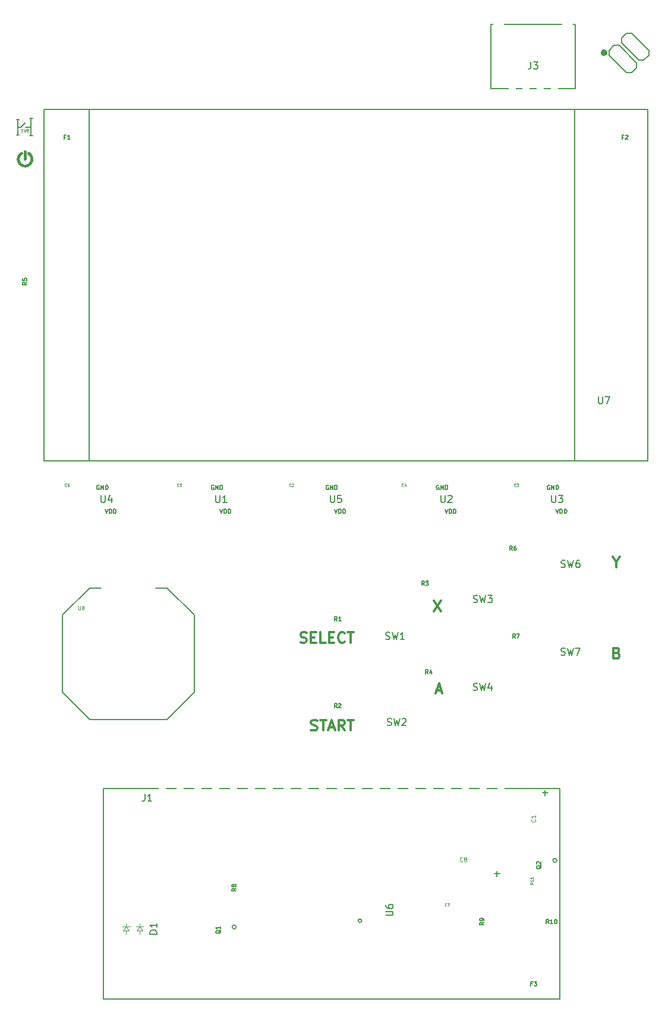
<source format=gto>
G04 #@! TF.GenerationSoftware,KiCad,Pcbnew,(5.0.0-3-g5ebb6b6)*
G04 #@! TF.CreationDate,2018-10-24T08:18:16-07:00*
G04 #@! TF.ProjectId,HackPackv4,4861636B5061636B76342E6B69636164,rev?*
G04 #@! TF.SameCoordinates,Original*
G04 #@! TF.FileFunction,Legend,Top*
G04 #@! TF.FilePolarity,Positive*
%FSLAX46Y46*%
G04 Gerber Fmt 4.6, Leading zero omitted, Abs format (unit mm)*
G04 Created by KiCad (PCBNEW (5.0.0-3-g5ebb6b6)) date Wednesday, October 24, 2018 at 08:18:16 AM*
%MOMM*%
%LPD*%
G01*
G04 APERTURE LIST*
%ADD10C,0.300000*%
%ADD11C,0.150000*%
%ADD12C,0.100000*%
%ADD13C,0.203200*%
%ADD14C,0.010000*%
%ADD15C,0.125000*%
%ADD16C,0.050000*%
%ADD17C,2.000000*%
%ADD18R,1.600000X1.000000*%
%ADD19C,1.778000*%
%ADD20R,1.200000X0.900000*%
%ADD21R,1.020000X1.780000*%
%ADD22C,1.020000*%
%ADD23C,1.800000*%
%ADD24R,2.150000X1.800000*%
%ADD25R,1.800000X2.150000*%
%ADD26R,0.650000X1.300000*%
%ADD27C,1.700000*%
%ADD28C,1.700000*%
%ADD29R,0.800000X0.900000*%
%ADD30R,0.600000X1.500000*%
%ADD31R,0.750000X0.800000*%
%ADD32R,0.700000X1.300000*%
%ADD33R,1.300000X0.700000*%
%ADD34R,1.500000X3.600000*%
%ADD35R,1.010000X3.400000*%
%ADD36R,1.500000X4.500000*%
G04 APERTURE END LIST*
D10*
X107357142Y-129892857D02*
X107571428Y-129964285D01*
X107642857Y-130035714D01*
X107714285Y-130178571D01*
X107714285Y-130392857D01*
X107642857Y-130535714D01*
X107571428Y-130607142D01*
X107428571Y-130678571D01*
X106857142Y-130678571D01*
X106857142Y-129178571D01*
X107357142Y-129178571D01*
X107500000Y-129250000D01*
X107571428Y-129321428D01*
X107642857Y-129464285D01*
X107642857Y-129607142D01*
X107571428Y-129750000D01*
X107500000Y-129821428D01*
X107357142Y-129892857D01*
X106857142Y-129892857D01*
X107250000Y-116964285D02*
X107250000Y-117678571D01*
X106750000Y-116178571D02*
X107250000Y-116964285D01*
X107750000Y-116178571D01*
X81642857Y-135250000D02*
X82357142Y-135250000D01*
X81500000Y-135678571D02*
X82000000Y-134178571D01*
X82500000Y-135678571D01*
X81250000Y-122428571D02*
X82250000Y-123928571D01*
X82250000Y-122428571D02*
X81250000Y-123928571D01*
X63785714Y-140857142D02*
X64000000Y-140928571D01*
X64357142Y-140928571D01*
X64500000Y-140857142D01*
X64571428Y-140785714D01*
X64642857Y-140642857D01*
X64642857Y-140500000D01*
X64571428Y-140357142D01*
X64500000Y-140285714D01*
X64357142Y-140214285D01*
X64071428Y-140142857D01*
X63928571Y-140071428D01*
X63857142Y-140000000D01*
X63785714Y-139857142D01*
X63785714Y-139714285D01*
X63857142Y-139571428D01*
X63928571Y-139500000D01*
X64071428Y-139428571D01*
X64428571Y-139428571D01*
X64642857Y-139500000D01*
X65071428Y-139428571D02*
X65928571Y-139428571D01*
X65500000Y-140928571D02*
X65500000Y-139428571D01*
X66357142Y-140500000D02*
X67071428Y-140500000D01*
X66214285Y-140928571D02*
X66714285Y-139428571D01*
X67214285Y-140928571D01*
X68571428Y-140928571D02*
X68071428Y-140214285D01*
X67714285Y-140928571D02*
X67714285Y-139428571D01*
X68285714Y-139428571D01*
X68428571Y-139500000D01*
X68500000Y-139571428D01*
X68571428Y-139714285D01*
X68571428Y-139928571D01*
X68500000Y-140071428D01*
X68428571Y-140142857D01*
X68285714Y-140214285D01*
X67714285Y-140214285D01*
X69000000Y-139428571D02*
X69857142Y-139428571D01*
X69428571Y-140928571D02*
X69428571Y-139428571D01*
X62285714Y-128357142D02*
X62500000Y-128428571D01*
X62857142Y-128428571D01*
X63000000Y-128357142D01*
X63071428Y-128285714D01*
X63142857Y-128142857D01*
X63142857Y-128000000D01*
X63071428Y-127857142D01*
X63000000Y-127785714D01*
X62857142Y-127714285D01*
X62571428Y-127642857D01*
X62428571Y-127571428D01*
X62357142Y-127500000D01*
X62285714Y-127357142D01*
X62285714Y-127214285D01*
X62357142Y-127071428D01*
X62428571Y-127000000D01*
X62571428Y-126928571D01*
X62928571Y-126928571D01*
X63142857Y-127000000D01*
X63785714Y-127642857D02*
X64285714Y-127642857D01*
X64500000Y-128428571D02*
X63785714Y-128428571D01*
X63785714Y-126928571D01*
X64500000Y-126928571D01*
X65857142Y-128428571D02*
X65142857Y-128428571D01*
X65142857Y-126928571D01*
X66357142Y-127642857D02*
X66857142Y-127642857D01*
X67071428Y-128428571D02*
X66357142Y-128428571D01*
X66357142Y-126928571D01*
X67071428Y-126928571D01*
X68571428Y-128285714D02*
X68500000Y-128357142D01*
X68285714Y-128428571D01*
X68142857Y-128428571D01*
X67928571Y-128357142D01*
X67785714Y-128214285D01*
X67714285Y-128071428D01*
X67642857Y-127785714D01*
X67642857Y-127571428D01*
X67714285Y-127285714D01*
X67785714Y-127142857D01*
X67928571Y-127000000D01*
X68142857Y-126928571D01*
X68285714Y-126928571D01*
X68500000Y-127000000D01*
X68571428Y-127071428D01*
X69000000Y-126928571D02*
X69857142Y-126928571D01*
X69428571Y-128428571D02*
X69428571Y-126928571D01*
D11*
G04 #@! TO.C,U7*
X111730000Y-52500000D02*
X25730000Y-52500000D01*
X111730000Y-102500000D02*
X25730000Y-102500000D01*
X111730000Y-52500000D02*
X111780000Y-102500000D01*
X25730000Y-52500000D02*
X25730000Y-102500000D01*
X101330000Y-52500000D02*
X101330000Y-102500000D01*
X32130000Y-52500000D02*
X32130000Y-102500000D01*
D12*
G04 #@! TO.C,D1*
X37420000Y-169414000D02*
X37420000Y-169914000D01*
X37020000Y-169414000D02*
X37420000Y-168814000D01*
X37820000Y-169414000D02*
X37020000Y-169414000D01*
X37420000Y-168814000D02*
X37820000Y-169414000D01*
X37420000Y-168814000D02*
X36870000Y-168814000D01*
X37420000Y-168814000D02*
X37970000Y-168814000D01*
X37420000Y-168414000D02*
X37420000Y-168814000D01*
X39370000Y-168414000D02*
X39370000Y-168814000D01*
X39350000Y-168824000D02*
X39900000Y-168824000D01*
X39430000Y-168824000D02*
X38880000Y-168824000D01*
X39380000Y-168849000D02*
X39780000Y-169449000D01*
X39770000Y-169464000D02*
X38970000Y-169464000D01*
X38970000Y-169464000D02*
X39370000Y-168864000D01*
X39370000Y-169464000D02*
X39370000Y-169964000D01*
D11*
G04 #@! TO.C,J1*
X99195000Y-149170000D02*
X34195000Y-149170000D01*
X99195000Y-179170000D02*
X34195000Y-179170000D01*
X99195000Y-149170000D02*
X99195000Y-179160000D01*
X34195000Y-149170000D02*
X34195000Y-179160000D01*
G04 #@! TO.C,SW5*
X22000000Y-56100000D02*
X22000000Y-53900000D01*
X23900000Y-56200000D02*
X23900000Y-53800000D01*
X22000000Y-55000000D02*
X22400000Y-55000000D01*
X22400000Y-55000000D02*
X23100000Y-54400000D01*
X23900000Y-55000000D02*
X23100000Y-55000000D01*
X21800000Y-53900000D02*
X22200000Y-53900000D01*
X21800000Y-56100000D02*
X22200000Y-56100000D01*
X23700000Y-56200000D02*
X24100000Y-56200000D01*
X23700000Y-53800000D02*
X24100000Y-53800000D01*
G04 #@! TO.C,J2*
X106961447Y-43389340D02*
X107668553Y-43389340D01*
X106254340Y-44096447D02*
X106961447Y-43389340D01*
X106254340Y-44803553D02*
X106254340Y-44096447D01*
X108729214Y-47278427D02*
X106254340Y-44803553D01*
X109436320Y-47278427D02*
X108729214Y-47278427D01*
X110143427Y-46571320D02*
X109436320Y-47278427D01*
X110143427Y-45864214D02*
X110143427Y-46571320D01*
X107668553Y-43389340D02*
X110143427Y-45864214D01*
X108022107Y-43035786D02*
X108022107Y-42328680D01*
X110496981Y-45510660D02*
X108022107Y-43035786D01*
X111204087Y-45510660D02*
X110496981Y-45510660D01*
X111911194Y-44803553D02*
X111204087Y-45510660D01*
X111911194Y-44096447D02*
X111911194Y-44803553D01*
X109436320Y-41621573D02*
X111911194Y-44096447D01*
X108729214Y-41621573D02*
X109436320Y-41621573D01*
X108022107Y-42328680D02*
X108729214Y-41621573D01*
G04 #@! TO.C,Q2*
X98792843Y-159420000D02*
G75*
G03X98792843Y-159420000I-282843J0D01*
G01*
G04 #@! TO.C,U6*
X71000000Y-168000000D02*
G75*
G03X71000000Y-168000000I-250000J0D01*
G01*
G04 #@! TO.C,Q1*
X53098843Y-168910000D02*
G75*
G03X53098843Y-168910000I-282843J0D01*
G01*
G04 #@! TO.C,J3*
X101425000Y-49530000D02*
X89425000Y-49530000D01*
X89425000Y-40430000D02*
X101425000Y-40430000D01*
X89425000Y-49530000D02*
X89425000Y-40430000D01*
X101425000Y-49530000D02*
X101425000Y-40430000D01*
D13*
G04 #@! TO.C,U8*
X32250000Y-120623000D02*
X33852000Y-120623000D01*
X41648000Y-120623000D02*
X43250000Y-120623000D01*
X32250000Y-120623000D02*
X28373000Y-124500000D01*
X43250000Y-120623000D02*
X47127000Y-124500000D01*
X28373000Y-135500000D02*
X32250000Y-139377000D01*
X28373000Y-135500000D02*
X28373000Y-124500000D01*
X47127000Y-135500000D02*
X43250000Y-139377000D01*
X47127000Y-135500000D02*
X47127000Y-124500000D01*
X32250000Y-139377000D02*
X43250000Y-139377000D01*
D14*
G04 #@! TO.C,G\002A\002A\002A*
G36*
X23011069Y-58324491D02*
X23021028Y-58325192D01*
X23028864Y-58326254D01*
X23047689Y-58330802D01*
X23065614Y-58337469D01*
X23082574Y-58346221D01*
X23098506Y-58357024D01*
X23113345Y-58369845D01*
X23114963Y-58371432D01*
X23127156Y-58384767D01*
X23137449Y-58398758D01*
X23146021Y-58413726D01*
X23153050Y-58429991D01*
X23158715Y-58447875D01*
X23159701Y-58451673D01*
X23162160Y-58461487D01*
X23162508Y-59011628D01*
X23162536Y-59054572D01*
X23162564Y-59095269D01*
X23162590Y-59133782D01*
X23162615Y-59170173D01*
X23162637Y-59204504D01*
X23162656Y-59236838D01*
X23162672Y-59267237D01*
X23162683Y-59295762D01*
X23162689Y-59322477D01*
X23162690Y-59347444D01*
X23162684Y-59370725D01*
X23162671Y-59392383D01*
X23162651Y-59412479D01*
X23162623Y-59431077D01*
X23162586Y-59448238D01*
X23162539Y-59464024D01*
X23162482Y-59478499D01*
X23162414Y-59491724D01*
X23162335Y-59503762D01*
X23162243Y-59514675D01*
X23162139Y-59524525D01*
X23162022Y-59533375D01*
X23161890Y-59541287D01*
X23161744Y-59548323D01*
X23161582Y-59554546D01*
X23161404Y-59560018D01*
X23161210Y-59564801D01*
X23160998Y-59568958D01*
X23160769Y-59572551D01*
X23160521Y-59575642D01*
X23160253Y-59578294D01*
X23159966Y-59580568D01*
X23159658Y-59582528D01*
X23159329Y-59584235D01*
X23158978Y-59585753D01*
X23158605Y-59587142D01*
X23158209Y-59588466D01*
X23157789Y-59589787D01*
X23157344Y-59591167D01*
X23156874Y-59592668D01*
X23156452Y-59594096D01*
X23154714Y-59599361D01*
X23152238Y-59605815D01*
X23149369Y-59612604D01*
X23146710Y-59618341D01*
X23137125Y-59635417D01*
X23125836Y-59650985D01*
X23112958Y-59664956D01*
X23098607Y-59677239D01*
X23082897Y-59687745D01*
X23065944Y-59696383D01*
X23047862Y-59703064D01*
X23033712Y-59706718D01*
X23026779Y-59707863D01*
X23018272Y-59708758D01*
X23008882Y-59709375D01*
X22999300Y-59709688D01*
X22990217Y-59709668D01*
X22982325Y-59709289D01*
X22978641Y-59708903D01*
X22959770Y-59705238D01*
X22941762Y-59699503D01*
X22924744Y-59691816D01*
X22908839Y-59682297D01*
X22894172Y-59671062D01*
X22880870Y-59658231D01*
X22869056Y-59643922D01*
X22858856Y-59628253D01*
X22850395Y-59611341D01*
X22843799Y-59593306D01*
X22839848Y-59577666D01*
X22839689Y-59576811D01*
X22839538Y-59575813D01*
X22839395Y-59574611D01*
X22839260Y-59573141D01*
X22839133Y-59571343D01*
X22839013Y-59569153D01*
X22838901Y-59566511D01*
X22838795Y-59563355D01*
X22838697Y-59559621D01*
X22838605Y-59555249D01*
X22838519Y-59550175D01*
X22838440Y-59544339D01*
X22838366Y-59537679D01*
X22838299Y-59530131D01*
X22838236Y-59521635D01*
X22838179Y-59512128D01*
X22838127Y-59501548D01*
X22838080Y-59489833D01*
X22838037Y-59476921D01*
X22837999Y-59462751D01*
X22837965Y-59447260D01*
X22837934Y-59430386D01*
X22837907Y-59412068D01*
X22837884Y-59392242D01*
X22837864Y-59370848D01*
X22837846Y-59347823D01*
X22837832Y-59323106D01*
X22837820Y-59296633D01*
X22837810Y-59268344D01*
X22837802Y-59238176D01*
X22837797Y-59206068D01*
X22837792Y-59171956D01*
X22837789Y-59135780D01*
X22837787Y-59097477D01*
X22837787Y-59056986D01*
X22837786Y-59016823D01*
X22837786Y-58466105D01*
X22840470Y-58454120D01*
X22845815Y-58434849D01*
X22852916Y-58417034D01*
X22861832Y-58400567D01*
X22872621Y-58385341D01*
X22884546Y-58372038D01*
X22899156Y-58358982D01*
X22914953Y-58347901D01*
X22931879Y-58338826D01*
X22949875Y-58331788D01*
X22968880Y-58326818D01*
X22971136Y-58326379D01*
X22979620Y-58325206D01*
X22989608Y-58324499D01*
X23000343Y-58324260D01*
X23011069Y-58324491D01*
X23011069Y-58324491D01*
G37*
X23011069Y-58324491D02*
X23021028Y-58325192D01*
X23028864Y-58326254D01*
X23047689Y-58330802D01*
X23065614Y-58337469D01*
X23082574Y-58346221D01*
X23098506Y-58357024D01*
X23113345Y-58369845D01*
X23114963Y-58371432D01*
X23127156Y-58384767D01*
X23137449Y-58398758D01*
X23146021Y-58413726D01*
X23153050Y-58429991D01*
X23158715Y-58447875D01*
X23159701Y-58451673D01*
X23162160Y-58461487D01*
X23162508Y-59011628D01*
X23162536Y-59054572D01*
X23162564Y-59095269D01*
X23162590Y-59133782D01*
X23162615Y-59170173D01*
X23162637Y-59204504D01*
X23162656Y-59236838D01*
X23162672Y-59267237D01*
X23162683Y-59295762D01*
X23162689Y-59322477D01*
X23162690Y-59347444D01*
X23162684Y-59370725D01*
X23162671Y-59392383D01*
X23162651Y-59412479D01*
X23162623Y-59431077D01*
X23162586Y-59448238D01*
X23162539Y-59464024D01*
X23162482Y-59478499D01*
X23162414Y-59491724D01*
X23162335Y-59503762D01*
X23162243Y-59514675D01*
X23162139Y-59524525D01*
X23162022Y-59533375D01*
X23161890Y-59541287D01*
X23161744Y-59548323D01*
X23161582Y-59554546D01*
X23161404Y-59560018D01*
X23161210Y-59564801D01*
X23160998Y-59568958D01*
X23160769Y-59572551D01*
X23160521Y-59575642D01*
X23160253Y-59578294D01*
X23159966Y-59580568D01*
X23159658Y-59582528D01*
X23159329Y-59584235D01*
X23158978Y-59585753D01*
X23158605Y-59587142D01*
X23158209Y-59588466D01*
X23157789Y-59589787D01*
X23157344Y-59591167D01*
X23156874Y-59592668D01*
X23156452Y-59594096D01*
X23154714Y-59599361D01*
X23152238Y-59605815D01*
X23149369Y-59612604D01*
X23146710Y-59618341D01*
X23137125Y-59635417D01*
X23125836Y-59650985D01*
X23112958Y-59664956D01*
X23098607Y-59677239D01*
X23082897Y-59687745D01*
X23065944Y-59696383D01*
X23047862Y-59703064D01*
X23033712Y-59706718D01*
X23026779Y-59707863D01*
X23018272Y-59708758D01*
X23008882Y-59709375D01*
X22999300Y-59709688D01*
X22990217Y-59709668D01*
X22982325Y-59709289D01*
X22978641Y-59708903D01*
X22959770Y-59705238D01*
X22941762Y-59699503D01*
X22924744Y-59691816D01*
X22908839Y-59682297D01*
X22894172Y-59671062D01*
X22880870Y-59658231D01*
X22869056Y-59643922D01*
X22858856Y-59628253D01*
X22850395Y-59611341D01*
X22843799Y-59593306D01*
X22839848Y-59577666D01*
X22839689Y-59576811D01*
X22839538Y-59575813D01*
X22839395Y-59574611D01*
X22839260Y-59573141D01*
X22839133Y-59571343D01*
X22839013Y-59569153D01*
X22838901Y-59566511D01*
X22838795Y-59563355D01*
X22838697Y-59559621D01*
X22838605Y-59555249D01*
X22838519Y-59550175D01*
X22838440Y-59544339D01*
X22838366Y-59537679D01*
X22838299Y-59530131D01*
X22838236Y-59521635D01*
X22838179Y-59512128D01*
X22838127Y-59501548D01*
X22838080Y-59489833D01*
X22838037Y-59476921D01*
X22837999Y-59462751D01*
X22837965Y-59447260D01*
X22837934Y-59430386D01*
X22837907Y-59412068D01*
X22837884Y-59392242D01*
X22837864Y-59370848D01*
X22837846Y-59347823D01*
X22837832Y-59323106D01*
X22837820Y-59296633D01*
X22837810Y-59268344D01*
X22837802Y-59238176D01*
X22837797Y-59206068D01*
X22837792Y-59171956D01*
X22837789Y-59135780D01*
X22837787Y-59097477D01*
X22837787Y-59056986D01*
X22837786Y-59016823D01*
X22837786Y-58466105D01*
X22840470Y-58454120D01*
X22845815Y-58434849D01*
X22852916Y-58417034D01*
X22861832Y-58400567D01*
X22872621Y-58385341D01*
X22884546Y-58372038D01*
X22899156Y-58358982D01*
X22914953Y-58347901D01*
X22931879Y-58338826D01*
X22949875Y-58331788D01*
X22968880Y-58326818D01*
X22971136Y-58326379D01*
X22979620Y-58325206D01*
X22989608Y-58324499D01*
X23000343Y-58324260D01*
X23011069Y-58324491D01*
G36*
X23531102Y-58572504D02*
X23539904Y-58573109D01*
X23547271Y-58574041D01*
X23549564Y-58574481D01*
X23559374Y-58576812D01*
X23568453Y-58579453D01*
X23577161Y-58582570D01*
X23585858Y-58586333D01*
X23594902Y-58590910D01*
X23604654Y-58596470D01*
X23615473Y-58603181D01*
X23627178Y-58610849D01*
X23661102Y-58634325D01*
X23693353Y-58658373D01*
X23724394Y-58683373D01*
X23754688Y-58709705D01*
X23784699Y-58737750D01*
X23799052Y-58751843D01*
X23819770Y-58772903D01*
X23838881Y-58793204D01*
X23856761Y-58813172D01*
X23873786Y-58833231D01*
X23890332Y-58853805D01*
X23897221Y-58862691D01*
X23927315Y-58903794D01*
X23955432Y-58946052D01*
X23981546Y-58989402D01*
X24005630Y-59033779D01*
X24027658Y-59079119D01*
X24047603Y-59125356D01*
X24065438Y-59172426D01*
X24081137Y-59220265D01*
X24094673Y-59268807D01*
X24106019Y-59317989D01*
X24115149Y-59367746D01*
X24120371Y-59404173D01*
X24125307Y-59451438D01*
X24128275Y-59499480D01*
X24129268Y-59547855D01*
X24128277Y-59596117D01*
X24125292Y-59643821D01*
X24125052Y-59646628D01*
X24119535Y-59696842D01*
X24111764Y-59746658D01*
X24101768Y-59796002D01*
X24089581Y-59844794D01*
X24075233Y-59892961D01*
X24058756Y-59940424D01*
X24040182Y-59987107D01*
X24019542Y-60032935D01*
X23996868Y-60077829D01*
X23972191Y-60121715D01*
X23945544Y-60164515D01*
X23916956Y-60206153D01*
X23886461Y-60246552D01*
X23868303Y-60268916D01*
X23849298Y-60291020D01*
X23828801Y-60313574D01*
X23807275Y-60336108D01*
X23785187Y-60358151D01*
X23762998Y-60379233D01*
X23741175Y-60398884D01*
X23733136Y-60405826D01*
X23693580Y-60438062D01*
X23652806Y-60468366D01*
X23610885Y-60496715D01*
X23567883Y-60523083D01*
X23523868Y-60547448D01*
X23478910Y-60569786D01*
X23433076Y-60590073D01*
X23386434Y-60608285D01*
X23339053Y-60624398D01*
X23291000Y-60638389D01*
X23242344Y-60650233D01*
X23193153Y-60659908D01*
X23143494Y-60667389D01*
X23093437Y-60672652D01*
X23043050Y-60675674D01*
X22992399Y-60676431D01*
X22959591Y-60675706D01*
X22908388Y-60672688D01*
X22857667Y-60667423D01*
X22807477Y-60659929D01*
X22757868Y-60650226D01*
X22708888Y-60638335D01*
X22660586Y-60624275D01*
X22613012Y-60608066D01*
X22566215Y-60589729D01*
X22520244Y-60569281D01*
X22475148Y-60546745D01*
X22430976Y-60522139D01*
X22387777Y-60495483D01*
X22345600Y-60466798D01*
X22304495Y-60436103D01*
X22264511Y-60403418D01*
X22245505Y-60386827D01*
X22239262Y-60381124D01*
X22231754Y-60374042D01*
X22223291Y-60365892D01*
X22214182Y-60356983D01*
X22204738Y-60347626D01*
X22195269Y-60338130D01*
X22186084Y-60328806D01*
X22177494Y-60319963D01*
X22169809Y-60311910D01*
X22163338Y-60304959D01*
X22160510Y-60301832D01*
X22126679Y-60262210D01*
X22094889Y-60221514D01*
X22065143Y-60179750D01*
X22037446Y-60136924D01*
X22011799Y-60093041D01*
X21988206Y-60048107D01*
X21966671Y-60002126D01*
X21947196Y-59955104D01*
X21929784Y-59907046D01*
X21927069Y-59898896D01*
X21913577Y-59854897D01*
X21901988Y-59810654D01*
X21892251Y-59765900D01*
X21884315Y-59720369D01*
X21878129Y-59673795D01*
X21873642Y-59625911D01*
X21872975Y-59616609D01*
X21872559Y-59608906D01*
X21872217Y-59599286D01*
X21871948Y-59588124D01*
X21871753Y-59575795D01*
X21871630Y-59562672D01*
X21871582Y-59549130D01*
X21871606Y-59535543D01*
X21871705Y-59522286D01*
X21871876Y-59509732D01*
X21872122Y-59498255D01*
X21872441Y-59488231D01*
X21872833Y-59480032D01*
X21872960Y-59478064D01*
X21876684Y-59434164D01*
X21881703Y-59391841D01*
X21888092Y-59350707D01*
X21895929Y-59310379D01*
X21905290Y-59270471D01*
X21916251Y-59230596D01*
X21928887Y-59190370D01*
X21931341Y-59183078D01*
X21948567Y-59135942D01*
X21967888Y-59089728D01*
X21989254Y-59044500D01*
X22012618Y-59000318D01*
X22037929Y-58957247D01*
X22065141Y-58915346D01*
X22094203Y-58874681D01*
X22125068Y-58835311D01*
X22157686Y-58797301D01*
X22192010Y-58760712D01*
X22227990Y-58725607D01*
X22265578Y-58692048D01*
X22304724Y-58660097D01*
X22345382Y-58629817D01*
X22382895Y-58604260D01*
X22396704Y-58595692D01*
X22409527Y-58588723D01*
X22421826Y-58583149D01*
X22434063Y-58578769D01*
X22446698Y-58575382D01*
X22451279Y-58574399D01*
X22459029Y-58573254D01*
X22468396Y-58572538D01*
X22478727Y-58572243D01*
X22489371Y-58572365D01*
X22499677Y-58572896D01*
X22508993Y-58573831D01*
X22515938Y-58575000D01*
X22534645Y-58580192D01*
X22552400Y-58587421D01*
X22569060Y-58596577D01*
X22584481Y-58607547D01*
X22598519Y-58620222D01*
X22611031Y-58634491D01*
X22621873Y-58650243D01*
X22628159Y-58661626D01*
X22635180Y-58677651D01*
X22640226Y-58693945D01*
X22643388Y-58710908D01*
X22644759Y-58728943D01*
X22644834Y-58734537D01*
X22643839Y-58753923D01*
X22640803Y-58772319D01*
X22635670Y-58789912D01*
X22628386Y-58806889D01*
X22618896Y-58823438D01*
X22618561Y-58823953D01*
X22612898Y-58832190D01*
X22607066Y-58839669D01*
X22600772Y-58846660D01*
X22593722Y-58853438D01*
X22585621Y-58860275D01*
X22576178Y-58867444D01*
X22565098Y-58875217D01*
X22558922Y-58879370D01*
X22522837Y-58904666D01*
X22488573Y-58931371D01*
X22456097Y-58959517D01*
X22425376Y-58989137D01*
X22396377Y-59020262D01*
X22369067Y-59052923D01*
X22343415Y-59087154D01*
X22338571Y-59094060D01*
X22315308Y-59129597D01*
X22294085Y-59166158D01*
X22274916Y-59203657D01*
X22257819Y-59242005D01*
X22242808Y-59281116D01*
X22229899Y-59320902D01*
X22219108Y-59361276D01*
X22210450Y-59402150D01*
X22203942Y-59443438D01*
X22199598Y-59485052D01*
X22197434Y-59526905D01*
X22197467Y-59568910D01*
X22199711Y-59610978D01*
X22204183Y-59653023D01*
X22210898Y-59694958D01*
X22219871Y-59736696D01*
X22221875Y-59744764D01*
X22233481Y-59785822D01*
X22247223Y-59826062D01*
X22263051Y-59865412D01*
X22280915Y-59903798D01*
X22300765Y-59941149D01*
X22322552Y-59977393D01*
X22346226Y-60012456D01*
X22371737Y-60046266D01*
X22399036Y-60078751D01*
X22428072Y-60109839D01*
X22458796Y-60139457D01*
X22491158Y-60167532D01*
X22525109Y-60193992D01*
X22535629Y-60201627D01*
X22570998Y-60225466D01*
X22607469Y-60247303D01*
X22644952Y-60267114D01*
X22683355Y-60284875D01*
X22722588Y-60300561D01*
X22762560Y-60314148D01*
X22803179Y-60325610D01*
X22844356Y-60334925D01*
X22885999Y-60342066D01*
X22928018Y-60347011D01*
X22970322Y-60349733D01*
X23012819Y-60350210D01*
X23055419Y-60348416D01*
X23074759Y-60346846D01*
X23117008Y-60341764D01*
X23158597Y-60334508D01*
X23199464Y-60325134D01*
X23239547Y-60313698D01*
X23278783Y-60300257D01*
X23317110Y-60284868D01*
X23354464Y-60267586D01*
X23390784Y-60248469D01*
X23426006Y-60227572D01*
X23460068Y-60204951D01*
X23492908Y-60180665D01*
X23524463Y-60154767D01*
X23554669Y-60127316D01*
X23583466Y-60098367D01*
X23610790Y-60067977D01*
X23636578Y-60036203D01*
X23660768Y-60003100D01*
X23683297Y-59968725D01*
X23704103Y-59933134D01*
X23723124Y-59896385D01*
X23740295Y-59858532D01*
X23755556Y-59819634D01*
X23768843Y-59779745D01*
X23780094Y-59738923D01*
X23787844Y-59704355D01*
X23795094Y-59662499D01*
X23800080Y-59620319D01*
X23802806Y-59577930D01*
X23803277Y-59535441D01*
X23801497Y-59492966D01*
X23797471Y-59450617D01*
X23791201Y-59408505D01*
X23782693Y-59366744D01*
X23774078Y-59332945D01*
X23761824Y-59293145D01*
X23747396Y-59253871D01*
X23730883Y-59215301D01*
X23712376Y-59177614D01*
X23691964Y-59140991D01*
X23669738Y-59105609D01*
X23645787Y-59071649D01*
X23637451Y-59060696D01*
X23610534Y-59027768D01*
X23582129Y-58996493D01*
X23552145Y-58966789D01*
X23520494Y-58938571D01*
X23487085Y-58911759D01*
X23451830Y-58886269D01*
X23439966Y-58878260D01*
X23433122Y-58873640D01*
X23426395Y-58868964D01*
X23420217Y-58864540D01*
X23415017Y-58860679D01*
X23411227Y-58857688D01*
X23410590Y-58857147D01*
X23397377Y-58844187D01*
X23385729Y-58829643D01*
X23375766Y-58813737D01*
X23367607Y-58796686D01*
X23361375Y-58778712D01*
X23357190Y-58760032D01*
X23357176Y-58759950D01*
X23356172Y-58751178D01*
X23355714Y-58740982D01*
X23355776Y-58730050D01*
X23356333Y-58719072D01*
X23357361Y-58708738D01*
X23358834Y-58699736D01*
X23359474Y-58696932D01*
X23365398Y-58677806D01*
X23373208Y-58659965D01*
X23382820Y-58643491D01*
X23394149Y-58628463D01*
X23407113Y-58614962D01*
X23421626Y-58603070D01*
X23437605Y-58592865D01*
X23454966Y-58584429D01*
X23473626Y-58577842D01*
X23487218Y-58574416D01*
X23493919Y-58573374D01*
X23502276Y-58572662D01*
X23511670Y-58572280D01*
X23521485Y-58572228D01*
X23531102Y-58572504D01*
X23531102Y-58572504D01*
G37*
X23531102Y-58572504D02*
X23539904Y-58573109D01*
X23547271Y-58574041D01*
X23549564Y-58574481D01*
X23559374Y-58576812D01*
X23568453Y-58579453D01*
X23577161Y-58582570D01*
X23585858Y-58586333D01*
X23594902Y-58590910D01*
X23604654Y-58596470D01*
X23615473Y-58603181D01*
X23627178Y-58610849D01*
X23661102Y-58634325D01*
X23693353Y-58658373D01*
X23724394Y-58683373D01*
X23754688Y-58709705D01*
X23784699Y-58737750D01*
X23799052Y-58751843D01*
X23819770Y-58772903D01*
X23838881Y-58793204D01*
X23856761Y-58813172D01*
X23873786Y-58833231D01*
X23890332Y-58853805D01*
X23897221Y-58862691D01*
X23927315Y-58903794D01*
X23955432Y-58946052D01*
X23981546Y-58989402D01*
X24005630Y-59033779D01*
X24027658Y-59079119D01*
X24047603Y-59125356D01*
X24065438Y-59172426D01*
X24081137Y-59220265D01*
X24094673Y-59268807D01*
X24106019Y-59317989D01*
X24115149Y-59367746D01*
X24120371Y-59404173D01*
X24125307Y-59451438D01*
X24128275Y-59499480D01*
X24129268Y-59547855D01*
X24128277Y-59596117D01*
X24125292Y-59643821D01*
X24125052Y-59646628D01*
X24119535Y-59696842D01*
X24111764Y-59746658D01*
X24101768Y-59796002D01*
X24089581Y-59844794D01*
X24075233Y-59892961D01*
X24058756Y-59940424D01*
X24040182Y-59987107D01*
X24019542Y-60032935D01*
X23996868Y-60077829D01*
X23972191Y-60121715D01*
X23945544Y-60164515D01*
X23916956Y-60206153D01*
X23886461Y-60246552D01*
X23868303Y-60268916D01*
X23849298Y-60291020D01*
X23828801Y-60313574D01*
X23807275Y-60336108D01*
X23785187Y-60358151D01*
X23762998Y-60379233D01*
X23741175Y-60398884D01*
X23733136Y-60405826D01*
X23693580Y-60438062D01*
X23652806Y-60468366D01*
X23610885Y-60496715D01*
X23567883Y-60523083D01*
X23523868Y-60547448D01*
X23478910Y-60569786D01*
X23433076Y-60590073D01*
X23386434Y-60608285D01*
X23339053Y-60624398D01*
X23291000Y-60638389D01*
X23242344Y-60650233D01*
X23193153Y-60659908D01*
X23143494Y-60667389D01*
X23093437Y-60672652D01*
X23043050Y-60675674D01*
X22992399Y-60676431D01*
X22959591Y-60675706D01*
X22908388Y-60672688D01*
X22857667Y-60667423D01*
X22807477Y-60659929D01*
X22757868Y-60650226D01*
X22708888Y-60638335D01*
X22660586Y-60624275D01*
X22613012Y-60608066D01*
X22566215Y-60589729D01*
X22520244Y-60569281D01*
X22475148Y-60546745D01*
X22430976Y-60522139D01*
X22387777Y-60495483D01*
X22345600Y-60466798D01*
X22304495Y-60436103D01*
X22264511Y-60403418D01*
X22245505Y-60386827D01*
X22239262Y-60381124D01*
X22231754Y-60374042D01*
X22223291Y-60365892D01*
X22214182Y-60356983D01*
X22204738Y-60347626D01*
X22195269Y-60338130D01*
X22186084Y-60328806D01*
X22177494Y-60319963D01*
X22169809Y-60311910D01*
X22163338Y-60304959D01*
X22160510Y-60301832D01*
X22126679Y-60262210D01*
X22094889Y-60221514D01*
X22065143Y-60179750D01*
X22037446Y-60136924D01*
X22011799Y-60093041D01*
X21988206Y-60048107D01*
X21966671Y-60002126D01*
X21947196Y-59955104D01*
X21929784Y-59907046D01*
X21927069Y-59898896D01*
X21913577Y-59854897D01*
X21901988Y-59810654D01*
X21892251Y-59765900D01*
X21884315Y-59720369D01*
X21878129Y-59673795D01*
X21873642Y-59625911D01*
X21872975Y-59616609D01*
X21872559Y-59608906D01*
X21872217Y-59599286D01*
X21871948Y-59588124D01*
X21871753Y-59575795D01*
X21871630Y-59562672D01*
X21871582Y-59549130D01*
X21871606Y-59535543D01*
X21871705Y-59522286D01*
X21871876Y-59509732D01*
X21872122Y-59498255D01*
X21872441Y-59488231D01*
X21872833Y-59480032D01*
X21872960Y-59478064D01*
X21876684Y-59434164D01*
X21881703Y-59391841D01*
X21888092Y-59350707D01*
X21895929Y-59310379D01*
X21905290Y-59270471D01*
X21916251Y-59230596D01*
X21928887Y-59190370D01*
X21931341Y-59183078D01*
X21948567Y-59135942D01*
X21967888Y-59089728D01*
X21989254Y-59044500D01*
X22012618Y-59000318D01*
X22037929Y-58957247D01*
X22065141Y-58915346D01*
X22094203Y-58874681D01*
X22125068Y-58835311D01*
X22157686Y-58797301D01*
X22192010Y-58760712D01*
X22227990Y-58725607D01*
X22265578Y-58692048D01*
X22304724Y-58660097D01*
X22345382Y-58629817D01*
X22382895Y-58604260D01*
X22396704Y-58595692D01*
X22409527Y-58588723D01*
X22421826Y-58583149D01*
X22434063Y-58578769D01*
X22446698Y-58575382D01*
X22451279Y-58574399D01*
X22459029Y-58573254D01*
X22468396Y-58572538D01*
X22478727Y-58572243D01*
X22489371Y-58572365D01*
X22499677Y-58572896D01*
X22508993Y-58573831D01*
X22515938Y-58575000D01*
X22534645Y-58580192D01*
X22552400Y-58587421D01*
X22569060Y-58596577D01*
X22584481Y-58607547D01*
X22598519Y-58620222D01*
X22611031Y-58634491D01*
X22621873Y-58650243D01*
X22628159Y-58661626D01*
X22635180Y-58677651D01*
X22640226Y-58693945D01*
X22643388Y-58710908D01*
X22644759Y-58728943D01*
X22644834Y-58734537D01*
X22643839Y-58753923D01*
X22640803Y-58772319D01*
X22635670Y-58789912D01*
X22628386Y-58806889D01*
X22618896Y-58823438D01*
X22618561Y-58823953D01*
X22612898Y-58832190D01*
X22607066Y-58839669D01*
X22600772Y-58846660D01*
X22593722Y-58853438D01*
X22585621Y-58860275D01*
X22576178Y-58867444D01*
X22565098Y-58875217D01*
X22558922Y-58879370D01*
X22522837Y-58904666D01*
X22488573Y-58931371D01*
X22456097Y-58959517D01*
X22425376Y-58989137D01*
X22396377Y-59020262D01*
X22369067Y-59052923D01*
X22343415Y-59087154D01*
X22338571Y-59094060D01*
X22315308Y-59129597D01*
X22294085Y-59166158D01*
X22274916Y-59203657D01*
X22257819Y-59242005D01*
X22242808Y-59281116D01*
X22229899Y-59320902D01*
X22219108Y-59361276D01*
X22210450Y-59402150D01*
X22203942Y-59443438D01*
X22199598Y-59485052D01*
X22197434Y-59526905D01*
X22197467Y-59568910D01*
X22199711Y-59610978D01*
X22204183Y-59653023D01*
X22210898Y-59694958D01*
X22219871Y-59736696D01*
X22221875Y-59744764D01*
X22233481Y-59785822D01*
X22247223Y-59826062D01*
X22263051Y-59865412D01*
X22280915Y-59903798D01*
X22300765Y-59941149D01*
X22322552Y-59977393D01*
X22346226Y-60012456D01*
X22371737Y-60046266D01*
X22399036Y-60078751D01*
X22428072Y-60109839D01*
X22458796Y-60139457D01*
X22491158Y-60167532D01*
X22525109Y-60193992D01*
X22535629Y-60201627D01*
X22570998Y-60225466D01*
X22607469Y-60247303D01*
X22644952Y-60267114D01*
X22683355Y-60284875D01*
X22722588Y-60300561D01*
X22762560Y-60314148D01*
X22803179Y-60325610D01*
X22844356Y-60334925D01*
X22885999Y-60342066D01*
X22928018Y-60347011D01*
X22970322Y-60349733D01*
X23012819Y-60350210D01*
X23055419Y-60348416D01*
X23074759Y-60346846D01*
X23117008Y-60341764D01*
X23158597Y-60334508D01*
X23199464Y-60325134D01*
X23239547Y-60313698D01*
X23278783Y-60300257D01*
X23317110Y-60284868D01*
X23354464Y-60267586D01*
X23390784Y-60248469D01*
X23426006Y-60227572D01*
X23460068Y-60204951D01*
X23492908Y-60180665D01*
X23524463Y-60154767D01*
X23554669Y-60127316D01*
X23583466Y-60098367D01*
X23610790Y-60067977D01*
X23636578Y-60036203D01*
X23660768Y-60003100D01*
X23683297Y-59968725D01*
X23704103Y-59933134D01*
X23723124Y-59896385D01*
X23740295Y-59858532D01*
X23755556Y-59819634D01*
X23768843Y-59779745D01*
X23780094Y-59738923D01*
X23787844Y-59704355D01*
X23795094Y-59662499D01*
X23800080Y-59620319D01*
X23802806Y-59577930D01*
X23803277Y-59535441D01*
X23801497Y-59492966D01*
X23797471Y-59450617D01*
X23791201Y-59408505D01*
X23782693Y-59366744D01*
X23774078Y-59332945D01*
X23761824Y-59293145D01*
X23747396Y-59253871D01*
X23730883Y-59215301D01*
X23712376Y-59177614D01*
X23691964Y-59140991D01*
X23669738Y-59105609D01*
X23645787Y-59071649D01*
X23637451Y-59060696D01*
X23610534Y-59027768D01*
X23582129Y-58996493D01*
X23552145Y-58966789D01*
X23520494Y-58938571D01*
X23487085Y-58911759D01*
X23451830Y-58886269D01*
X23439966Y-58878260D01*
X23433122Y-58873640D01*
X23426395Y-58868964D01*
X23420217Y-58864540D01*
X23415017Y-58860679D01*
X23411227Y-58857688D01*
X23410590Y-58857147D01*
X23397377Y-58844187D01*
X23385729Y-58829643D01*
X23375766Y-58813737D01*
X23367607Y-58796686D01*
X23361375Y-58778712D01*
X23357190Y-58760032D01*
X23357176Y-58759950D01*
X23356172Y-58751178D01*
X23355714Y-58740982D01*
X23355776Y-58730050D01*
X23356333Y-58719072D01*
X23357361Y-58708738D01*
X23358834Y-58699736D01*
X23359474Y-58696932D01*
X23365398Y-58677806D01*
X23373208Y-58659965D01*
X23382820Y-58643491D01*
X23394149Y-58628463D01*
X23407113Y-58614962D01*
X23421626Y-58603070D01*
X23437605Y-58592865D01*
X23454966Y-58584429D01*
X23473626Y-58577842D01*
X23487218Y-58574416D01*
X23493919Y-58573374D01*
X23502276Y-58572662D01*
X23511670Y-58572280D01*
X23521485Y-58572228D01*
X23531102Y-58572504D01*
G04 #@! TO.C,SW1*
D11*
X74416666Y-127904761D02*
X74559523Y-127952380D01*
X74797619Y-127952380D01*
X74892857Y-127904761D01*
X74940476Y-127857142D01*
X74988095Y-127761904D01*
X74988095Y-127666666D01*
X74940476Y-127571428D01*
X74892857Y-127523809D01*
X74797619Y-127476190D01*
X74607142Y-127428571D01*
X74511904Y-127380952D01*
X74464285Y-127333333D01*
X74416666Y-127238095D01*
X74416666Y-127142857D01*
X74464285Y-127047619D01*
X74511904Y-127000000D01*
X74607142Y-126952380D01*
X74845238Y-126952380D01*
X74988095Y-127000000D01*
X75321428Y-126952380D02*
X75559523Y-127952380D01*
X75750000Y-127238095D01*
X75940476Y-127952380D01*
X76178571Y-126952380D01*
X77083333Y-127952380D02*
X76511904Y-127952380D01*
X76797619Y-127952380D02*
X76797619Y-126952380D01*
X76702380Y-127095238D01*
X76607142Y-127190476D01*
X76511904Y-127238095D01*
G04 #@! TO.C,SW3*
X86916666Y-122654761D02*
X87059523Y-122702380D01*
X87297619Y-122702380D01*
X87392857Y-122654761D01*
X87440476Y-122607142D01*
X87488095Y-122511904D01*
X87488095Y-122416666D01*
X87440476Y-122321428D01*
X87392857Y-122273809D01*
X87297619Y-122226190D01*
X87107142Y-122178571D01*
X87011904Y-122130952D01*
X86964285Y-122083333D01*
X86916666Y-121988095D01*
X86916666Y-121892857D01*
X86964285Y-121797619D01*
X87011904Y-121750000D01*
X87107142Y-121702380D01*
X87345238Y-121702380D01*
X87488095Y-121750000D01*
X87821428Y-121702380D02*
X88059523Y-122702380D01*
X88250000Y-121988095D01*
X88440476Y-122702380D01*
X88678571Y-121702380D01*
X88964285Y-121702380D02*
X89583333Y-121702380D01*
X89250000Y-122083333D01*
X89392857Y-122083333D01*
X89488095Y-122130952D01*
X89535714Y-122178571D01*
X89583333Y-122273809D01*
X89583333Y-122511904D01*
X89535714Y-122607142D01*
X89488095Y-122654761D01*
X89392857Y-122702380D01*
X89107142Y-122702380D01*
X89011904Y-122654761D01*
X88964285Y-122607142D01*
G04 #@! TO.C,SW2*
X74666666Y-140154761D02*
X74809523Y-140202380D01*
X75047619Y-140202380D01*
X75142857Y-140154761D01*
X75190476Y-140107142D01*
X75238095Y-140011904D01*
X75238095Y-139916666D01*
X75190476Y-139821428D01*
X75142857Y-139773809D01*
X75047619Y-139726190D01*
X74857142Y-139678571D01*
X74761904Y-139630952D01*
X74714285Y-139583333D01*
X74666666Y-139488095D01*
X74666666Y-139392857D01*
X74714285Y-139297619D01*
X74761904Y-139250000D01*
X74857142Y-139202380D01*
X75095238Y-139202380D01*
X75238095Y-139250000D01*
X75571428Y-139202380D02*
X75809523Y-140202380D01*
X76000000Y-139488095D01*
X76190476Y-140202380D01*
X76428571Y-139202380D01*
X76761904Y-139297619D02*
X76809523Y-139250000D01*
X76904761Y-139202380D01*
X77142857Y-139202380D01*
X77238095Y-139250000D01*
X77285714Y-139297619D01*
X77333333Y-139392857D01*
X77333333Y-139488095D01*
X77285714Y-139630952D01*
X76714285Y-140202380D01*
X77333333Y-140202380D01*
G04 #@! TO.C,SW4*
X86916666Y-135154761D02*
X87059523Y-135202380D01*
X87297619Y-135202380D01*
X87392857Y-135154761D01*
X87440476Y-135107142D01*
X87488095Y-135011904D01*
X87488095Y-134916666D01*
X87440476Y-134821428D01*
X87392857Y-134773809D01*
X87297619Y-134726190D01*
X87107142Y-134678571D01*
X87011904Y-134630952D01*
X86964285Y-134583333D01*
X86916666Y-134488095D01*
X86916666Y-134392857D01*
X86964285Y-134297619D01*
X87011904Y-134250000D01*
X87107142Y-134202380D01*
X87345238Y-134202380D01*
X87488095Y-134250000D01*
X87821428Y-134202380D02*
X88059523Y-135202380D01*
X88250000Y-134488095D01*
X88440476Y-135202380D01*
X88678571Y-134202380D01*
X89488095Y-134535714D02*
X89488095Y-135202380D01*
X89250000Y-134154761D02*
X89011904Y-134869047D01*
X89630952Y-134869047D01*
G04 #@! TO.C,SW6*
X99416666Y-117654761D02*
X99559523Y-117702380D01*
X99797619Y-117702380D01*
X99892857Y-117654761D01*
X99940476Y-117607142D01*
X99988095Y-117511904D01*
X99988095Y-117416666D01*
X99940476Y-117321428D01*
X99892857Y-117273809D01*
X99797619Y-117226190D01*
X99607142Y-117178571D01*
X99511904Y-117130952D01*
X99464285Y-117083333D01*
X99416666Y-116988095D01*
X99416666Y-116892857D01*
X99464285Y-116797619D01*
X99511904Y-116750000D01*
X99607142Y-116702380D01*
X99845238Y-116702380D01*
X99988095Y-116750000D01*
X100321428Y-116702380D02*
X100559523Y-117702380D01*
X100750000Y-116988095D01*
X100940476Y-117702380D01*
X101178571Y-116702380D01*
X101988095Y-116702380D02*
X101797619Y-116702380D01*
X101702380Y-116750000D01*
X101654761Y-116797619D01*
X101559523Y-116940476D01*
X101511904Y-117130952D01*
X101511904Y-117511904D01*
X101559523Y-117607142D01*
X101607142Y-117654761D01*
X101702380Y-117702380D01*
X101892857Y-117702380D01*
X101988095Y-117654761D01*
X102035714Y-117607142D01*
X102083333Y-117511904D01*
X102083333Y-117273809D01*
X102035714Y-117178571D01*
X101988095Y-117130952D01*
X101892857Y-117083333D01*
X101702380Y-117083333D01*
X101607142Y-117130952D01*
X101559523Y-117178571D01*
X101511904Y-117273809D01*
G04 #@! TO.C,SW7*
X99416666Y-130154761D02*
X99559523Y-130202380D01*
X99797619Y-130202380D01*
X99892857Y-130154761D01*
X99940476Y-130107142D01*
X99988095Y-130011904D01*
X99988095Y-129916666D01*
X99940476Y-129821428D01*
X99892857Y-129773809D01*
X99797619Y-129726190D01*
X99607142Y-129678571D01*
X99511904Y-129630952D01*
X99464285Y-129583333D01*
X99416666Y-129488095D01*
X99416666Y-129392857D01*
X99464285Y-129297619D01*
X99511904Y-129250000D01*
X99607142Y-129202380D01*
X99845238Y-129202380D01*
X99988095Y-129250000D01*
X100321428Y-129202380D02*
X100559523Y-130202380D01*
X100750000Y-129488095D01*
X100940476Y-130202380D01*
X101178571Y-129202380D01*
X101464285Y-129202380D02*
X102130952Y-129202380D01*
X101702380Y-130202380D01*
G04 #@! TO.C,U1*
X50213095Y-107452380D02*
X50213095Y-108261904D01*
X50260714Y-108357142D01*
X50308333Y-108404761D01*
X50403571Y-108452380D01*
X50594047Y-108452380D01*
X50689285Y-108404761D01*
X50736904Y-108357142D01*
X50784523Y-108261904D01*
X50784523Y-107452380D01*
X51784523Y-108452380D02*
X51213095Y-108452380D01*
X51498809Y-108452380D02*
X51498809Y-107452380D01*
X51403571Y-107595238D01*
X51308333Y-107690476D01*
X51213095Y-107738095D01*
X50795000Y-109411428D02*
X50995000Y-110011428D01*
X51195000Y-109411428D01*
X51395000Y-110011428D02*
X51395000Y-109411428D01*
X51537857Y-109411428D01*
X51623571Y-109440000D01*
X51680714Y-109497142D01*
X51709285Y-109554285D01*
X51737857Y-109668571D01*
X51737857Y-109754285D01*
X51709285Y-109868571D01*
X51680714Y-109925714D01*
X51623571Y-109982857D01*
X51537857Y-110011428D01*
X51395000Y-110011428D01*
X51995000Y-110011428D02*
X51995000Y-109411428D01*
X52137857Y-109411428D01*
X52223571Y-109440000D01*
X52280714Y-109497142D01*
X52309285Y-109554285D01*
X52337857Y-109668571D01*
X52337857Y-109754285D01*
X52309285Y-109868571D01*
X52280714Y-109925714D01*
X52223571Y-109982857D01*
X52137857Y-110011428D01*
X51995000Y-110011428D01*
X49917857Y-106050000D02*
X49860714Y-106021428D01*
X49775000Y-106021428D01*
X49689285Y-106050000D01*
X49632142Y-106107142D01*
X49603571Y-106164285D01*
X49575000Y-106278571D01*
X49575000Y-106364285D01*
X49603571Y-106478571D01*
X49632142Y-106535714D01*
X49689285Y-106592857D01*
X49775000Y-106621428D01*
X49832142Y-106621428D01*
X49917857Y-106592857D01*
X49946428Y-106564285D01*
X49946428Y-106364285D01*
X49832142Y-106364285D01*
X50203571Y-106621428D02*
X50203571Y-106021428D01*
X50546428Y-106621428D01*
X50546428Y-106021428D01*
X50832142Y-106621428D02*
X50832142Y-106021428D01*
X50975000Y-106021428D01*
X51060714Y-106050000D01*
X51117857Y-106107142D01*
X51146428Y-106164285D01*
X51175000Y-106278571D01*
X51175000Y-106364285D01*
X51146428Y-106478571D01*
X51117857Y-106535714D01*
X51060714Y-106592857D01*
X50975000Y-106621428D01*
X50832142Y-106621428D01*
G04 #@! TO.C,U2*
X82288095Y-107452380D02*
X82288095Y-108261904D01*
X82335714Y-108357142D01*
X82383333Y-108404761D01*
X82478571Y-108452380D01*
X82669047Y-108452380D01*
X82764285Y-108404761D01*
X82811904Y-108357142D01*
X82859523Y-108261904D01*
X82859523Y-107452380D01*
X83288095Y-107547619D02*
X83335714Y-107500000D01*
X83430952Y-107452380D01*
X83669047Y-107452380D01*
X83764285Y-107500000D01*
X83811904Y-107547619D01*
X83859523Y-107642857D01*
X83859523Y-107738095D01*
X83811904Y-107880952D01*
X83240476Y-108452380D01*
X83859523Y-108452380D01*
X82870000Y-109411428D02*
X83070000Y-110011428D01*
X83270000Y-109411428D01*
X83470000Y-110011428D02*
X83470000Y-109411428D01*
X83612857Y-109411428D01*
X83698571Y-109440000D01*
X83755714Y-109497142D01*
X83784285Y-109554285D01*
X83812857Y-109668571D01*
X83812857Y-109754285D01*
X83784285Y-109868571D01*
X83755714Y-109925714D01*
X83698571Y-109982857D01*
X83612857Y-110011428D01*
X83470000Y-110011428D01*
X84070000Y-110011428D02*
X84070000Y-109411428D01*
X84212857Y-109411428D01*
X84298571Y-109440000D01*
X84355714Y-109497142D01*
X84384285Y-109554285D01*
X84412857Y-109668571D01*
X84412857Y-109754285D01*
X84384285Y-109868571D01*
X84355714Y-109925714D01*
X84298571Y-109982857D01*
X84212857Y-110011428D01*
X84070000Y-110011428D01*
X81992857Y-106050000D02*
X81935714Y-106021428D01*
X81850000Y-106021428D01*
X81764285Y-106050000D01*
X81707142Y-106107142D01*
X81678571Y-106164285D01*
X81650000Y-106278571D01*
X81650000Y-106364285D01*
X81678571Y-106478571D01*
X81707142Y-106535714D01*
X81764285Y-106592857D01*
X81850000Y-106621428D01*
X81907142Y-106621428D01*
X81992857Y-106592857D01*
X82021428Y-106564285D01*
X82021428Y-106364285D01*
X81907142Y-106364285D01*
X82278571Y-106621428D02*
X82278571Y-106021428D01*
X82621428Y-106621428D01*
X82621428Y-106021428D01*
X82907142Y-106621428D02*
X82907142Y-106021428D01*
X83050000Y-106021428D01*
X83135714Y-106050000D01*
X83192857Y-106107142D01*
X83221428Y-106164285D01*
X83250000Y-106278571D01*
X83250000Y-106364285D01*
X83221428Y-106478571D01*
X83192857Y-106535714D01*
X83135714Y-106592857D01*
X83050000Y-106621428D01*
X82907142Y-106621428D01*
G04 #@! TO.C,U3*
X98078095Y-107452380D02*
X98078095Y-108261904D01*
X98125714Y-108357142D01*
X98173333Y-108404761D01*
X98268571Y-108452380D01*
X98459047Y-108452380D01*
X98554285Y-108404761D01*
X98601904Y-108357142D01*
X98649523Y-108261904D01*
X98649523Y-107452380D01*
X99030476Y-107452380D02*
X99649523Y-107452380D01*
X99316190Y-107833333D01*
X99459047Y-107833333D01*
X99554285Y-107880952D01*
X99601904Y-107928571D01*
X99649523Y-108023809D01*
X99649523Y-108261904D01*
X99601904Y-108357142D01*
X99554285Y-108404761D01*
X99459047Y-108452380D01*
X99173333Y-108452380D01*
X99078095Y-108404761D01*
X99030476Y-108357142D01*
X98660000Y-109411428D02*
X98860000Y-110011428D01*
X99060000Y-109411428D01*
X99260000Y-110011428D02*
X99260000Y-109411428D01*
X99402857Y-109411428D01*
X99488571Y-109440000D01*
X99545714Y-109497142D01*
X99574285Y-109554285D01*
X99602857Y-109668571D01*
X99602857Y-109754285D01*
X99574285Y-109868571D01*
X99545714Y-109925714D01*
X99488571Y-109982857D01*
X99402857Y-110011428D01*
X99260000Y-110011428D01*
X99860000Y-110011428D02*
X99860000Y-109411428D01*
X100002857Y-109411428D01*
X100088571Y-109440000D01*
X100145714Y-109497142D01*
X100174285Y-109554285D01*
X100202857Y-109668571D01*
X100202857Y-109754285D01*
X100174285Y-109868571D01*
X100145714Y-109925714D01*
X100088571Y-109982857D01*
X100002857Y-110011428D01*
X99860000Y-110011428D01*
X97782857Y-106050000D02*
X97725714Y-106021428D01*
X97640000Y-106021428D01*
X97554285Y-106050000D01*
X97497142Y-106107142D01*
X97468571Y-106164285D01*
X97440000Y-106278571D01*
X97440000Y-106364285D01*
X97468571Y-106478571D01*
X97497142Y-106535714D01*
X97554285Y-106592857D01*
X97640000Y-106621428D01*
X97697142Y-106621428D01*
X97782857Y-106592857D01*
X97811428Y-106564285D01*
X97811428Y-106364285D01*
X97697142Y-106364285D01*
X98068571Y-106621428D02*
X98068571Y-106021428D01*
X98411428Y-106621428D01*
X98411428Y-106021428D01*
X98697142Y-106621428D02*
X98697142Y-106021428D01*
X98840000Y-106021428D01*
X98925714Y-106050000D01*
X98982857Y-106107142D01*
X99011428Y-106164285D01*
X99040000Y-106278571D01*
X99040000Y-106364285D01*
X99011428Y-106478571D01*
X98982857Y-106535714D01*
X98925714Y-106592857D01*
X98840000Y-106621428D01*
X98697142Y-106621428D01*
G04 #@! TO.C,U4*
X33878095Y-107452380D02*
X33878095Y-108261904D01*
X33925714Y-108357142D01*
X33973333Y-108404761D01*
X34068571Y-108452380D01*
X34259047Y-108452380D01*
X34354285Y-108404761D01*
X34401904Y-108357142D01*
X34449523Y-108261904D01*
X34449523Y-107452380D01*
X35354285Y-107785714D02*
X35354285Y-108452380D01*
X35116190Y-107404761D02*
X34878095Y-108119047D01*
X35497142Y-108119047D01*
X34460000Y-109411428D02*
X34660000Y-110011428D01*
X34860000Y-109411428D01*
X35060000Y-110011428D02*
X35060000Y-109411428D01*
X35202857Y-109411428D01*
X35288571Y-109440000D01*
X35345714Y-109497142D01*
X35374285Y-109554285D01*
X35402857Y-109668571D01*
X35402857Y-109754285D01*
X35374285Y-109868571D01*
X35345714Y-109925714D01*
X35288571Y-109982857D01*
X35202857Y-110011428D01*
X35060000Y-110011428D01*
X35660000Y-110011428D02*
X35660000Y-109411428D01*
X35802857Y-109411428D01*
X35888571Y-109440000D01*
X35945714Y-109497142D01*
X35974285Y-109554285D01*
X36002857Y-109668571D01*
X36002857Y-109754285D01*
X35974285Y-109868571D01*
X35945714Y-109925714D01*
X35888571Y-109982857D01*
X35802857Y-110011428D01*
X35660000Y-110011428D01*
X33582857Y-106050000D02*
X33525714Y-106021428D01*
X33440000Y-106021428D01*
X33354285Y-106050000D01*
X33297142Y-106107142D01*
X33268571Y-106164285D01*
X33240000Y-106278571D01*
X33240000Y-106364285D01*
X33268571Y-106478571D01*
X33297142Y-106535714D01*
X33354285Y-106592857D01*
X33440000Y-106621428D01*
X33497142Y-106621428D01*
X33582857Y-106592857D01*
X33611428Y-106564285D01*
X33611428Y-106364285D01*
X33497142Y-106364285D01*
X33868571Y-106621428D02*
X33868571Y-106021428D01*
X34211428Y-106621428D01*
X34211428Y-106021428D01*
X34497142Y-106621428D02*
X34497142Y-106021428D01*
X34640000Y-106021428D01*
X34725714Y-106050000D01*
X34782857Y-106107142D01*
X34811428Y-106164285D01*
X34840000Y-106278571D01*
X34840000Y-106364285D01*
X34811428Y-106478571D01*
X34782857Y-106535714D01*
X34725714Y-106592857D01*
X34640000Y-106621428D01*
X34497142Y-106621428D01*
G04 #@! TO.C,U5*
X66553095Y-107452380D02*
X66553095Y-108261904D01*
X66600714Y-108357142D01*
X66648333Y-108404761D01*
X66743571Y-108452380D01*
X66934047Y-108452380D01*
X67029285Y-108404761D01*
X67076904Y-108357142D01*
X67124523Y-108261904D01*
X67124523Y-107452380D01*
X68076904Y-107452380D02*
X67600714Y-107452380D01*
X67553095Y-107928571D01*
X67600714Y-107880952D01*
X67695952Y-107833333D01*
X67934047Y-107833333D01*
X68029285Y-107880952D01*
X68076904Y-107928571D01*
X68124523Y-108023809D01*
X68124523Y-108261904D01*
X68076904Y-108357142D01*
X68029285Y-108404761D01*
X67934047Y-108452380D01*
X67695952Y-108452380D01*
X67600714Y-108404761D01*
X67553095Y-108357142D01*
X67135000Y-109411428D02*
X67335000Y-110011428D01*
X67535000Y-109411428D01*
X67735000Y-110011428D02*
X67735000Y-109411428D01*
X67877857Y-109411428D01*
X67963571Y-109440000D01*
X68020714Y-109497142D01*
X68049285Y-109554285D01*
X68077857Y-109668571D01*
X68077857Y-109754285D01*
X68049285Y-109868571D01*
X68020714Y-109925714D01*
X67963571Y-109982857D01*
X67877857Y-110011428D01*
X67735000Y-110011428D01*
X68335000Y-110011428D02*
X68335000Y-109411428D01*
X68477857Y-109411428D01*
X68563571Y-109440000D01*
X68620714Y-109497142D01*
X68649285Y-109554285D01*
X68677857Y-109668571D01*
X68677857Y-109754285D01*
X68649285Y-109868571D01*
X68620714Y-109925714D01*
X68563571Y-109982857D01*
X68477857Y-110011428D01*
X68335000Y-110011428D01*
X66257857Y-106050000D02*
X66200714Y-106021428D01*
X66115000Y-106021428D01*
X66029285Y-106050000D01*
X65972142Y-106107142D01*
X65943571Y-106164285D01*
X65915000Y-106278571D01*
X65915000Y-106364285D01*
X65943571Y-106478571D01*
X65972142Y-106535714D01*
X66029285Y-106592857D01*
X66115000Y-106621428D01*
X66172142Y-106621428D01*
X66257857Y-106592857D01*
X66286428Y-106564285D01*
X66286428Y-106364285D01*
X66172142Y-106364285D01*
X66543571Y-106621428D02*
X66543571Y-106021428D01*
X66886428Y-106621428D01*
X66886428Y-106021428D01*
X67172142Y-106621428D02*
X67172142Y-106021428D01*
X67315000Y-106021428D01*
X67400714Y-106050000D01*
X67457857Y-106107142D01*
X67486428Y-106164285D01*
X67515000Y-106278571D01*
X67515000Y-106364285D01*
X67486428Y-106478571D01*
X67457857Y-106535714D01*
X67400714Y-106592857D01*
X67315000Y-106621428D01*
X67172142Y-106621428D01*
G04 #@! TO.C,U7*
X104728095Y-93392380D02*
X104728095Y-94201904D01*
X104775714Y-94297142D01*
X104823333Y-94344761D01*
X104918571Y-94392380D01*
X105109047Y-94392380D01*
X105204285Y-94344761D01*
X105251904Y-94297142D01*
X105299523Y-94201904D01*
X105299523Y-93392380D01*
X105680476Y-93392380D02*
X106347142Y-93392380D01*
X105918571Y-94392380D01*
G04 #@! TO.C,D1*
X41822380Y-169902095D02*
X40822380Y-169902095D01*
X40822380Y-169664000D01*
X40870000Y-169521142D01*
X40965238Y-169425904D01*
X41060476Y-169378285D01*
X41250952Y-169330666D01*
X41393809Y-169330666D01*
X41584285Y-169378285D01*
X41679523Y-169425904D01*
X41774761Y-169521142D01*
X41822380Y-169664000D01*
X41822380Y-169902095D01*
X41822380Y-168378285D02*
X41822380Y-168949714D01*
X41822380Y-168664000D02*
X40822380Y-168664000D01*
X40965238Y-168759238D01*
X41060476Y-168854476D01*
X41108095Y-168949714D01*
G04 #@! TO.C,J1*
X40086666Y-149992380D02*
X40086666Y-150706666D01*
X40039047Y-150849523D01*
X39943809Y-150944761D01*
X39800952Y-150992380D01*
X39705714Y-150992380D01*
X41086666Y-150992380D02*
X40515238Y-150992380D01*
X40800952Y-150992380D02*
X40800952Y-149992380D01*
X40705714Y-150135238D01*
X40610476Y-150230476D01*
X40515238Y-150278095D01*
G04 #@! TO.C,C8*
D15*
X85370000Y-159534285D02*
X85341428Y-159562857D01*
X85255714Y-159591428D01*
X85198571Y-159591428D01*
X85112857Y-159562857D01*
X85055714Y-159505714D01*
X85027142Y-159448571D01*
X84998571Y-159334285D01*
X84998571Y-159248571D01*
X85027142Y-159134285D01*
X85055714Y-159077142D01*
X85112857Y-159020000D01*
X85198571Y-158991428D01*
X85255714Y-158991428D01*
X85341428Y-159020000D01*
X85370000Y-159048571D01*
X85712857Y-159248571D02*
X85655714Y-159220000D01*
X85627142Y-159191428D01*
X85598571Y-159134285D01*
X85598571Y-159105714D01*
X85627142Y-159048571D01*
X85655714Y-159020000D01*
X85712857Y-158991428D01*
X85827142Y-158991428D01*
X85884285Y-159020000D01*
X85912857Y-159048571D01*
X85941428Y-159105714D01*
X85941428Y-159134285D01*
X85912857Y-159191428D01*
X85884285Y-159220000D01*
X85827142Y-159248571D01*
X85712857Y-159248571D01*
X85655714Y-159277142D01*
X85627142Y-159305714D01*
X85598571Y-159362857D01*
X85598571Y-159477142D01*
X85627142Y-159534285D01*
X85655714Y-159562857D01*
X85712857Y-159591428D01*
X85827142Y-159591428D01*
X85884285Y-159562857D01*
X85912857Y-159534285D01*
X85941428Y-159477142D01*
X85941428Y-159362857D01*
X85912857Y-159305714D01*
X85884285Y-159277142D01*
X85827142Y-159248571D01*
D11*
X89899047Y-161331428D02*
X90660952Y-161331428D01*
X90280000Y-161712380D02*
X90280000Y-160950476D01*
G04 #@! TO.C,C1*
D15*
X95684285Y-153590000D02*
X95712857Y-153618571D01*
X95741428Y-153704285D01*
X95741428Y-153761428D01*
X95712857Y-153847142D01*
X95655714Y-153904285D01*
X95598571Y-153932857D01*
X95484285Y-153961428D01*
X95398571Y-153961428D01*
X95284285Y-153932857D01*
X95227142Y-153904285D01*
X95170000Y-153847142D01*
X95141428Y-153761428D01*
X95141428Y-153704285D01*
X95170000Y-153618571D01*
X95198571Y-153590000D01*
X95741428Y-153018571D02*
X95741428Y-153361428D01*
X95741428Y-153190000D02*
X95141428Y-153190000D01*
X95227142Y-153247142D01*
X95284285Y-153304285D01*
X95312857Y-153361428D01*
D11*
X97121428Y-150190952D02*
X97121428Y-149429047D01*
X97502380Y-149810000D02*
X96740476Y-149810000D01*
G04 #@! TO.C,SW5*
D12*
X22466666Y-55661904D02*
X22523809Y-55680952D01*
X22619047Y-55680952D01*
X22657142Y-55661904D01*
X22676190Y-55642857D01*
X22695238Y-55604761D01*
X22695238Y-55566666D01*
X22676190Y-55528571D01*
X22657142Y-55509523D01*
X22619047Y-55490476D01*
X22542857Y-55471428D01*
X22504761Y-55452380D01*
X22485714Y-55433333D01*
X22466666Y-55395238D01*
X22466666Y-55357142D01*
X22485714Y-55319047D01*
X22504761Y-55300000D01*
X22542857Y-55280952D01*
X22638095Y-55280952D01*
X22695238Y-55300000D01*
X22828571Y-55280952D02*
X22923809Y-55680952D01*
X23000000Y-55395238D01*
X23076190Y-55680952D01*
X23171428Y-55280952D01*
X23514285Y-55280952D02*
X23323809Y-55280952D01*
X23304761Y-55471428D01*
X23323809Y-55452380D01*
X23361904Y-55433333D01*
X23457142Y-55433333D01*
X23495238Y-55452380D01*
X23514285Y-55471428D01*
X23533333Y-55509523D01*
X23533333Y-55604761D01*
X23514285Y-55642857D01*
X23495238Y-55661904D01*
X23457142Y-55680952D01*
X23361904Y-55680952D01*
X23323809Y-55661904D01*
X23304761Y-55642857D01*
G04 #@! TO.C,J2*
D11*
X105117917Y-44424745D02*
X105521978Y-44828806D01*
X105622994Y-44727791D02*
X105218933Y-44323730D01*
X105218933Y-44121700D02*
X105825024Y-44727791D01*
X105825024Y-44525761D02*
X105420963Y-44121700D01*
X105521978Y-44020684D02*
X105926039Y-44424745D01*
X105420963Y-44727791D02*
X105825024Y-44727791D01*
X105825024Y-44323730D01*
X105218933Y-44525761D02*
X105218933Y-44121700D01*
X105622994Y-44121700D01*
X105117917Y-44424745D02*
X105218933Y-44121700D01*
X105521978Y-44020684D01*
X105825024Y-44121700D01*
X105926039Y-44424745D01*
X105825024Y-44727791D01*
X105521978Y-44828806D01*
X105218933Y-44727791D01*
X105117917Y-44424745D01*
G04 #@! TO.C,Q2*
X96558571Y-160157142D02*
X96530000Y-160214285D01*
X96472857Y-160271428D01*
X96387142Y-160357142D01*
X96358571Y-160414285D01*
X96358571Y-160471428D01*
X96501428Y-160442857D02*
X96472857Y-160500000D01*
X96415714Y-160557142D01*
X96301428Y-160585714D01*
X96101428Y-160585714D01*
X95987142Y-160557142D01*
X95930000Y-160500000D01*
X95901428Y-160442857D01*
X95901428Y-160328571D01*
X95930000Y-160271428D01*
X95987142Y-160214285D01*
X96101428Y-160185714D01*
X96301428Y-160185714D01*
X96415714Y-160214285D01*
X96472857Y-160271428D01*
X96501428Y-160328571D01*
X96501428Y-160442857D01*
X95958571Y-159957142D02*
X95930000Y-159928571D01*
X95901428Y-159871428D01*
X95901428Y-159728571D01*
X95930000Y-159671428D01*
X95958571Y-159642857D01*
X96015714Y-159614285D01*
X96072857Y-159614285D01*
X96158571Y-159642857D01*
X96501428Y-159985714D01*
X96501428Y-159614285D01*
G04 #@! TO.C,U6*
X74452380Y-167261904D02*
X75261904Y-167261904D01*
X75357142Y-167214285D01*
X75404761Y-167166666D01*
X75452380Y-167071428D01*
X75452380Y-166880952D01*
X75404761Y-166785714D01*
X75357142Y-166738095D01*
X75261904Y-166690476D01*
X74452380Y-166690476D01*
X74452380Y-165785714D02*
X74452380Y-165976190D01*
X74500000Y-166071428D01*
X74547619Y-166119047D01*
X74690476Y-166214285D01*
X74880952Y-166261904D01*
X75261904Y-166261904D01*
X75357142Y-166214285D01*
X75404761Y-166166666D01*
X75452380Y-166071428D01*
X75452380Y-165880952D01*
X75404761Y-165785714D01*
X75357142Y-165738095D01*
X75261904Y-165690476D01*
X75023809Y-165690476D01*
X74928571Y-165738095D01*
X74880952Y-165785714D01*
X74833333Y-165880952D01*
X74833333Y-166071428D01*
X74880952Y-166166666D01*
X74928571Y-166214285D01*
X75023809Y-166261904D01*
G04 #@! TO.C,C2*
D12*
X60933333Y-106142857D02*
X60914285Y-106161904D01*
X60857142Y-106180952D01*
X60819047Y-106180952D01*
X60761904Y-106161904D01*
X60723809Y-106123809D01*
X60704761Y-106085714D01*
X60685714Y-106009523D01*
X60685714Y-105952380D01*
X60704761Y-105876190D01*
X60723809Y-105838095D01*
X60761904Y-105800000D01*
X60819047Y-105780952D01*
X60857142Y-105780952D01*
X60914285Y-105800000D01*
X60933333Y-105819047D01*
X61085714Y-105819047D02*
X61104761Y-105800000D01*
X61142857Y-105780952D01*
X61238095Y-105780952D01*
X61276190Y-105800000D01*
X61295238Y-105819047D01*
X61314285Y-105857142D01*
X61314285Y-105895238D01*
X61295238Y-105952380D01*
X61066666Y-106180952D01*
X61314285Y-106180952D01*
G04 #@! TO.C,C3*
X92933333Y-106142857D02*
X92914285Y-106161904D01*
X92857142Y-106180952D01*
X92819047Y-106180952D01*
X92761904Y-106161904D01*
X92723809Y-106123809D01*
X92704761Y-106085714D01*
X92685714Y-106009523D01*
X92685714Y-105952380D01*
X92704761Y-105876190D01*
X92723809Y-105838095D01*
X92761904Y-105800000D01*
X92819047Y-105780952D01*
X92857142Y-105780952D01*
X92914285Y-105800000D01*
X92933333Y-105819047D01*
X93066666Y-105780952D02*
X93314285Y-105780952D01*
X93180952Y-105933333D01*
X93238095Y-105933333D01*
X93276190Y-105952380D01*
X93295238Y-105971428D01*
X93314285Y-106009523D01*
X93314285Y-106104761D01*
X93295238Y-106142857D01*
X93276190Y-106161904D01*
X93238095Y-106180952D01*
X93123809Y-106180952D01*
X93085714Y-106161904D01*
X93066666Y-106142857D01*
G04 #@! TO.C,C4*
X76933333Y-106142857D02*
X76914285Y-106161904D01*
X76857142Y-106180952D01*
X76819047Y-106180952D01*
X76761904Y-106161904D01*
X76723809Y-106123809D01*
X76704761Y-106085714D01*
X76685714Y-106009523D01*
X76685714Y-105952380D01*
X76704761Y-105876190D01*
X76723809Y-105838095D01*
X76761904Y-105800000D01*
X76819047Y-105780952D01*
X76857142Y-105780952D01*
X76914285Y-105800000D01*
X76933333Y-105819047D01*
X77276190Y-105914285D02*
X77276190Y-106180952D01*
X77180952Y-105761904D02*
X77085714Y-106047619D01*
X77333333Y-106047619D01*
G04 #@! TO.C,C5*
X44933333Y-106142857D02*
X44914285Y-106161904D01*
X44857142Y-106180952D01*
X44819047Y-106180952D01*
X44761904Y-106161904D01*
X44723809Y-106123809D01*
X44704761Y-106085714D01*
X44685714Y-106009523D01*
X44685714Y-105952380D01*
X44704761Y-105876190D01*
X44723809Y-105838095D01*
X44761904Y-105800000D01*
X44819047Y-105780952D01*
X44857142Y-105780952D01*
X44914285Y-105800000D01*
X44933333Y-105819047D01*
X45295238Y-105780952D02*
X45104761Y-105780952D01*
X45085714Y-105971428D01*
X45104761Y-105952380D01*
X45142857Y-105933333D01*
X45238095Y-105933333D01*
X45276190Y-105952380D01*
X45295238Y-105971428D01*
X45314285Y-106009523D01*
X45314285Y-106104761D01*
X45295238Y-106142857D01*
X45276190Y-106161904D01*
X45238095Y-106180952D01*
X45142857Y-106180952D01*
X45104761Y-106161904D01*
X45085714Y-106142857D01*
G04 #@! TO.C,C6*
X28933333Y-106142857D02*
X28914285Y-106161904D01*
X28857142Y-106180952D01*
X28819047Y-106180952D01*
X28761904Y-106161904D01*
X28723809Y-106123809D01*
X28704761Y-106085714D01*
X28685714Y-106009523D01*
X28685714Y-105952380D01*
X28704761Y-105876190D01*
X28723809Y-105838095D01*
X28761904Y-105800000D01*
X28819047Y-105780952D01*
X28857142Y-105780952D01*
X28914285Y-105800000D01*
X28933333Y-105819047D01*
X29276190Y-105780952D02*
X29200000Y-105780952D01*
X29161904Y-105800000D01*
X29142857Y-105819047D01*
X29104761Y-105876190D01*
X29085714Y-105952380D01*
X29085714Y-106104761D01*
X29104761Y-106142857D01*
X29123809Y-106161904D01*
X29161904Y-106180952D01*
X29238095Y-106180952D01*
X29276190Y-106161904D01*
X29295238Y-106142857D01*
X29314285Y-106104761D01*
X29314285Y-106009523D01*
X29295238Y-105971428D01*
X29276190Y-105952380D01*
X29238095Y-105933333D01*
X29161904Y-105933333D01*
X29123809Y-105952380D01*
X29104761Y-105971428D01*
X29085714Y-106009523D01*
G04 #@! TO.C,C7*
X83092933Y-165852457D02*
X83073885Y-165871504D01*
X83016742Y-165890552D01*
X82978647Y-165890552D01*
X82921504Y-165871504D01*
X82883409Y-165833409D01*
X82864361Y-165795314D01*
X82845314Y-165719123D01*
X82845314Y-165661980D01*
X82864361Y-165585790D01*
X82883409Y-165547695D01*
X82921504Y-165509600D01*
X82978647Y-165490552D01*
X83016742Y-165490552D01*
X83073885Y-165509600D01*
X83092933Y-165528647D01*
X83226266Y-165490552D02*
X83492933Y-165490552D01*
X83321504Y-165890552D01*
G04 #@! TO.C,Q1*
D11*
X50898571Y-169377142D02*
X50870000Y-169434285D01*
X50812857Y-169491428D01*
X50727142Y-169577142D01*
X50698571Y-169634285D01*
X50698571Y-169691428D01*
X50841428Y-169662857D02*
X50812857Y-169720000D01*
X50755714Y-169777142D01*
X50641428Y-169805714D01*
X50441428Y-169805714D01*
X50327142Y-169777142D01*
X50270000Y-169720000D01*
X50241428Y-169662857D01*
X50241428Y-169548571D01*
X50270000Y-169491428D01*
X50327142Y-169434285D01*
X50441428Y-169405714D01*
X50641428Y-169405714D01*
X50755714Y-169434285D01*
X50812857Y-169491428D01*
X50841428Y-169548571D01*
X50841428Y-169662857D01*
X50841428Y-168834285D02*
X50841428Y-169177142D01*
X50841428Y-169005714D02*
X50241428Y-169005714D01*
X50327142Y-169062857D01*
X50384285Y-169120000D01*
X50412857Y-169177142D01*
G04 #@! TO.C,R1*
X67509001Y-125314429D02*
X67309001Y-125028715D01*
X67166143Y-125314429D02*
X67166143Y-124714429D01*
X67394715Y-124714429D01*
X67451858Y-124743001D01*
X67480429Y-124771572D01*
X67509001Y-124828715D01*
X67509001Y-124914429D01*
X67480429Y-124971572D01*
X67451858Y-125000143D01*
X67394715Y-125028715D01*
X67166143Y-125028715D01*
X68080429Y-125314429D02*
X67737572Y-125314429D01*
X67909001Y-125314429D02*
X67909001Y-124714429D01*
X67851858Y-124800143D01*
X67794715Y-124857286D01*
X67737572Y-124885858D01*
G04 #@! TO.C,R2*
X67464000Y-137685428D02*
X67264000Y-137399714D01*
X67121142Y-137685428D02*
X67121142Y-137085428D01*
X67349714Y-137085428D01*
X67406857Y-137114000D01*
X67435428Y-137142571D01*
X67464000Y-137199714D01*
X67464000Y-137285428D01*
X67435428Y-137342571D01*
X67406857Y-137371142D01*
X67349714Y-137399714D01*
X67121142Y-137399714D01*
X67692571Y-137142571D02*
X67721142Y-137114000D01*
X67778285Y-137085428D01*
X67921142Y-137085428D01*
X67978285Y-137114000D01*
X68006857Y-137142571D01*
X68035428Y-137199714D01*
X68035428Y-137256857D01*
X68006857Y-137342571D01*
X67664000Y-137685428D01*
X68035428Y-137685428D01*
G04 #@! TO.C,R3*
X79900000Y-120271428D02*
X79700000Y-119985714D01*
X79557142Y-120271428D02*
X79557142Y-119671428D01*
X79785714Y-119671428D01*
X79842857Y-119700000D01*
X79871428Y-119728571D01*
X79900000Y-119785714D01*
X79900000Y-119871428D01*
X79871428Y-119928571D01*
X79842857Y-119957142D01*
X79785714Y-119985714D01*
X79557142Y-119985714D01*
X80100000Y-119671428D02*
X80471428Y-119671428D01*
X80271428Y-119900000D01*
X80357142Y-119900000D01*
X80414285Y-119928571D01*
X80442857Y-119957142D01*
X80471428Y-120014285D01*
X80471428Y-120157142D01*
X80442857Y-120214285D01*
X80414285Y-120242857D01*
X80357142Y-120271428D01*
X80185714Y-120271428D01*
X80128571Y-120242857D01*
X80100000Y-120214285D01*
G04 #@! TO.C,R4*
X80443001Y-132859428D02*
X80243001Y-132573714D01*
X80100143Y-132859428D02*
X80100143Y-132259428D01*
X80328715Y-132259428D01*
X80385858Y-132288000D01*
X80414429Y-132316571D01*
X80443001Y-132373714D01*
X80443001Y-132459428D01*
X80414429Y-132516571D01*
X80385858Y-132545142D01*
X80328715Y-132573714D01*
X80100143Y-132573714D01*
X80957286Y-132459428D02*
X80957286Y-132859428D01*
X80814429Y-132230857D02*
X80671572Y-132659428D01*
X81043001Y-132659428D01*
G04 #@! TO.C,R5*
X23271428Y-77100000D02*
X22985714Y-77300000D01*
X23271428Y-77442857D02*
X22671428Y-77442857D01*
X22671428Y-77214285D01*
X22700000Y-77157142D01*
X22728571Y-77128571D01*
X22785714Y-77100000D01*
X22871428Y-77100000D01*
X22928571Y-77128571D01*
X22957142Y-77157142D01*
X22985714Y-77214285D01*
X22985714Y-77442857D01*
X22671428Y-76557142D02*
X22671428Y-76842857D01*
X22957142Y-76871428D01*
X22928571Y-76842857D01*
X22900000Y-76785714D01*
X22900000Y-76642857D01*
X22928571Y-76585714D01*
X22957142Y-76557142D01*
X23014285Y-76528571D01*
X23157142Y-76528571D01*
X23214285Y-76557142D01*
X23242857Y-76585714D01*
X23271428Y-76642857D01*
X23271428Y-76785714D01*
X23242857Y-76842857D01*
X23214285Y-76871428D01*
G04 #@! TO.C,R6*
X92450000Y-115271428D02*
X92250000Y-114985714D01*
X92107142Y-115271428D02*
X92107142Y-114671428D01*
X92335714Y-114671428D01*
X92392857Y-114700000D01*
X92421428Y-114728571D01*
X92450000Y-114785714D01*
X92450000Y-114871428D01*
X92421428Y-114928571D01*
X92392857Y-114957142D01*
X92335714Y-114985714D01*
X92107142Y-114985714D01*
X92964285Y-114671428D02*
X92850000Y-114671428D01*
X92792857Y-114700000D01*
X92764285Y-114728571D01*
X92707142Y-114814285D01*
X92678571Y-114928571D01*
X92678571Y-115157142D01*
X92707142Y-115214285D01*
X92735714Y-115242857D01*
X92792857Y-115271428D01*
X92907142Y-115271428D01*
X92964285Y-115242857D01*
X92992857Y-115214285D01*
X93021428Y-115157142D01*
X93021428Y-115014285D01*
X92992857Y-114957142D01*
X92964285Y-114928571D01*
X92907142Y-114900000D01*
X92792857Y-114900000D01*
X92735714Y-114928571D01*
X92707142Y-114957142D01*
X92678571Y-115014285D01*
G04 #@! TO.C,R7*
X92864000Y-127779428D02*
X92664000Y-127493714D01*
X92521142Y-127779428D02*
X92521142Y-127179428D01*
X92749714Y-127179428D01*
X92806857Y-127208000D01*
X92835428Y-127236571D01*
X92864000Y-127293714D01*
X92864000Y-127379428D01*
X92835428Y-127436571D01*
X92806857Y-127465142D01*
X92749714Y-127493714D01*
X92521142Y-127493714D01*
X93064000Y-127179428D02*
X93464000Y-127179428D01*
X93206857Y-127779428D01*
G04 #@! TO.C,R8*
X53103428Y-163422000D02*
X52817714Y-163622000D01*
X53103428Y-163764857D02*
X52503428Y-163764857D01*
X52503428Y-163536285D01*
X52532000Y-163479142D01*
X52560571Y-163450571D01*
X52617714Y-163422000D01*
X52703428Y-163422000D01*
X52760571Y-163450571D01*
X52789142Y-163479142D01*
X52817714Y-163536285D01*
X52817714Y-163764857D01*
X52760571Y-163079142D02*
X52732000Y-163136285D01*
X52703428Y-163164857D01*
X52646285Y-163193428D01*
X52617714Y-163193428D01*
X52560571Y-163164857D01*
X52532000Y-163136285D01*
X52503428Y-163079142D01*
X52503428Y-162964857D01*
X52532000Y-162907714D01*
X52560571Y-162879142D01*
X52617714Y-162850571D01*
X52646285Y-162850571D01*
X52703428Y-162879142D01*
X52732000Y-162907714D01*
X52760571Y-162964857D01*
X52760571Y-163079142D01*
X52789142Y-163136285D01*
X52817714Y-163164857D01*
X52874857Y-163193428D01*
X52989142Y-163193428D01*
X53046285Y-163164857D01*
X53074857Y-163136285D01*
X53103428Y-163079142D01*
X53103428Y-162964857D01*
X53074857Y-162907714D01*
X53046285Y-162879142D01*
X52989142Y-162850571D01*
X52874857Y-162850571D01*
X52817714Y-162879142D01*
X52789142Y-162907714D01*
X52760571Y-162964857D01*
G04 #@! TO.C,R9*
X88409428Y-168248000D02*
X88123714Y-168448000D01*
X88409428Y-168590857D02*
X87809428Y-168590857D01*
X87809428Y-168362285D01*
X87838000Y-168305142D01*
X87866571Y-168276571D01*
X87923714Y-168248000D01*
X88009428Y-168248000D01*
X88066571Y-168276571D01*
X88095142Y-168305142D01*
X88123714Y-168362285D01*
X88123714Y-168590857D01*
X88409428Y-167962285D02*
X88409428Y-167848000D01*
X88380857Y-167790857D01*
X88352285Y-167762285D01*
X88266571Y-167705142D01*
X88152285Y-167676571D01*
X87923714Y-167676571D01*
X87866571Y-167705142D01*
X87838000Y-167733714D01*
X87809428Y-167790857D01*
X87809428Y-167905142D01*
X87838000Y-167962285D01*
X87866571Y-167990857D01*
X87923714Y-168019428D01*
X88066571Y-168019428D01*
X88123714Y-167990857D01*
X88152285Y-167962285D01*
X88180857Y-167905142D01*
X88180857Y-167790857D01*
X88152285Y-167733714D01*
X88123714Y-167705142D01*
X88066571Y-167676571D01*
G04 #@! TO.C,R10*
X97658285Y-168419428D02*
X97458285Y-168133714D01*
X97315428Y-168419428D02*
X97315428Y-167819428D01*
X97544000Y-167819428D01*
X97601142Y-167848000D01*
X97629714Y-167876571D01*
X97658285Y-167933714D01*
X97658285Y-168019428D01*
X97629714Y-168076571D01*
X97601142Y-168105142D01*
X97544000Y-168133714D01*
X97315428Y-168133714D01*
X98229714Y-168419428D02*
X97886857Y-168419428D01*
X98058285Y-168419428D02*
X98058285Y-167819428D01*
X98001142Y-167905142D01*
X97944000Y-167962285D01*
X97886857Y-167990857D01*
X98601142Y-167819428D02*
X98658285Y-167819428D01*
X98715428Y-167848000D01*
X98744000Y-167876571D01*
X98772571Y-167933714D01*
X98801142Y-168048000D01*
X98801142Y-168190857D01*
X98772571Y-168305142D01*
X98744000Y-168362285D01*
X98715428Y-168390857D01*
X98658285Y-168419428D01*
X98601142Y-168419428D01*
X98544000Y-168390857D01*
X98515428Y-168362285D01*
X98486857Y-168305142D01*
X98458285Y-168190857D01*
X98458285Y-168048000D01*
X98486857Y-167933714D01*
X98515428Y-167876571D01*
X98544000Y-167848000D01*
X98601142Y-167819428D01*
G04 #@! TO.C,R11*
D12*
X95430952Y-162563142D02*
X95240476Y-162696476D01*
X95430952Y-162791714D02*
X95030952Y-162791714D01*
X95030952Y-162639333D01*
X95050000Y-162601238D01*
X95069047Y-162582190D01*
X95107142Y-162563142D01*
X95164285Y-162563142D01*
X95202380Y-162582190D01*
X95221428Y-162601238D01*
X95240476Y-162639333D01*
X95240476Y-162791714D01*
X95430952Y-162182190D02*
X95430952Y-162410761D01*
X95430952Y-162296476D02*
X95030952Y-162296476D01*
X95088095Y-162334571D01*
X95126190Y-162372666D01*
X95145238Y-162410761D01*
X95430952Y-161801238D02*
X95430952Y-162029809D01*
X95430952Y-161915523D02*
X95030952Y-161915523D01*
X95088095Y-161953619D01*
X95126190Y-161991714D01*
X95145238Y-162029809D01*
G04 #@! TO.C,J3*
D11*
X95091666Y-45732380D02*
X95091666Y-46446666D01*
X95044047Y-46589523D01*
X94948809Y-46684761D01*
X94805952Y-46732380D01*
X94710714Y-46732380D01*
X95472619Y-45732380D02*
X96091666Y-45732380D01*
X95758333Y-46113333D01*
X95901190Y-46113333D01*
X95996428Y-46160952D01*
X96044047Y-46208571D01*
X96091666Y-46303809D01*
X96091666Y-46541904D01*
X96044047Y-46637142D01*
X95996428Y-46684761D01*
X95901190Y-46732380D01*
X95615476Y-46732380D01*
X95520238Y-46684761D01*
X95472619Y-46637142D01*
G04 #@! TO.C,U8*
D16*
X30633701Y-123236722D02*
X30633701Y-123625915D01*
X30656595Y-123671702D01*
X30679488Y-123694596D01*
X30725276Y-123717489D01*
X30816850Y-123717489D01*
X30862638Y-123694596D01*
X30885531Y-123671702D01*
X30908425Y-123625915D01*
X30908425Y-123236722D01*
X31206043Y-123442765D02*
X31160255Y-123419872D01*
X31137362Y-123396978D01*
X31114468Y-123351191D01*
X31114468Y-123328297D01*
X31137362Y-123282510D01*
X31160255Y-123259616D01*
X31206043Y-123236722D01*
X31297617Y-123236722D01*
X31343405Y-123259616D01*
X31366298Y-123282510D01*
X31389192Y-123328297D01*
X31389192Y-123351191D01*
X31366298Y-123396978D01*
X31343405Y-123419872D01*
X31297617Y-123442765D01*
X31206043Y-123442765D01*
X31160255Y-123465659D01*
X31137362Y-123488553D01*
X31114468Y-123534340D01*
X31114468Y-123625915D01*
X31137362Y-123671702D01*
X31160255Y-123694596D01*
X31206043Y-123717489D01*
X31297617Y-123717489D01*
X31343405Y-123694596D01*
X31366298Y-123671702D01*
X31389192Y-123625915D01*
X31389192Y-123534340D01*
X31366298Y-123488553D01*
X31343405Y-123465659D01*
X31297617Y-123442765D01*
G04 #@! TO.C,F1*
D11*
X28800000Y-56457142D02*
X28600000Y-56457142D01*
X28600000Y-56771428D02*
X28600000Y-56171428D01*
X28885714Y-56171428D01*
X29428571Y-56771428D02*
X29085714Y-56771428D01*
X29257142Y-56771428D02*
X29257142Y-56171428D01*
X29200000Y-56257142D01*
X29142857Y-56314285D01*
X29085714Y-56342857D01*
G04 #@! TO.C,F2*
X108300000Y-56457142D02*
X108100000Y-56457142D01*
X108100000Y-56771428D02*
X108100000Y-56171428D01*
X108385714Y-56171428D01*
X108585714Y-56228571D02*
X108614285Y-56200000D01*
X108671428Y-56171428D01*
X108814285Y-56171428D01*
X108871428Y-56200000D01*
X108900000Y-56228571D01*
X108928571Y-56285714D01*
X108928571Y-56342857D01*
X108900000Y-56428571D01*
X108557142Y-56771428D01*
X108928571Y-56771428D01*
G04 #@! TO.C,F3*
X95300000Y-176957142D02*
X95100000Y-176957142D01*
X95100000Y-177271428D02*
X95100000Y-176671428D01*
X95385714Y-176671428D01*
X95557142Y-176671428D02*
X95928571Y-176671428D01*
X95728571Y-176900000D01*
X95814285Y-176900000D01*
X95871428Y-176928571D01*
X95900000Y-176957142D01*
X95928571Y-177014285D01*
X95928571Y-177157142D01*
X95900000Y-177214285D01*
X95871428Y-177242857D01*
X95814285Y-177271428D01*
X95642857Y-177271428D01*
X95585714Y-177242857D01*
X95557142Y-177214285D01*
G04 #@! TD*
%LPC*%
D17*
G04 #@! TO.C,SW1*
X79000000Y-125000000D03*
X79000000Y-129500000D03*
X72500000Y-125000000D03*
X72500000Y-129500000D03*
G04 #@! TD*
G04 #@! TO.C,SW3*
X91500000Y-120000000D03*
X91500000Y-124500000D03*
X85000000Y-120000000D03*
X85000000Y-124500000D03*
G04 #@! TD*
G04 #@! TO.C,SW2*
X79000000Y-137500000D03*
X79000000Y-142000000D03*
X72500000Y-137500000D03*
X72500000Y-142000000D03*
G04 #@! TD*
G04 #@! TO.C,SW4*
X91500000Y-132500000D03*
X91500000Y-137000000D03*
X85000000Y-132500000D03*
X85000000Y-137000000D03*
G04 #@! TD*
G04 #@! TO.C,SW6*
X104000000Y-115000000D03*
X104000000Y-119500000D03*
X97500000Y-115000000D03*
X97500000Y-119500000D03*
G04 #@! TD*
G04 #@! TO.C,SW7*
X104000000Y-127500000D03*
X104000000Y-132000000D03*
X97500000Y-127500000D03*
X97500000Y-132000000D03*
G04 #@! TD*
D18*
G04 #@! TO.C,U1*
X53475000Y-109600000D03*
X53475000Y-106400000D03*
X48475000Y-109600000D03*
X48475000Y-106400000D03*
G04 #@! TD*
G04 #@! TO.C,U2*
X85550000Y-109600000D03*
X85550000Y-106400000D03*
X80550000Y-109600000D03*
X80550000Y-106400000D03*
G04 #@! TD*
G04 #@! TO.C,U3*
X101340000Y-109600000D03*
X101340000Y-106400000D03*
X96340000Y-109600000D03*
X96340000Y-106400000D03*
G04 #@! TD*
G04 #@! TO.C,U4*
X37140000Y-109600000D03*
X37140000Y-106400000D03*
X32140000Y-109600000D03*
X32140000Y-106400000D03*
G04 #@! TD*
G04 #@! TO.C,U5*
X69815000Y-109600000D03*
X69815000Y-106400000D03*
X64815000Y-109600000D03*
X64815000Y-106400000D03*
G04 #@! TD*
D19*
G04 #@! TO.C,U7*
X109730000Y-60990000D03*
X109730000Y-63530000D03*
X109730000Y-66070000D03*
X109730000Y-68610000D03*
X109730000Y-71150000D03*
X109730000Y-73690000D03*
X109730000Y-76230000D03*
X109730000Y-78770000D03*
X109730000Y-81310000D03*
X109730000Y-83850000D03*
X109730000Y-86390000D03*
X109730000Y-88930000D03*
X109730000Y-91470000D03*
X109730000Y-94010000D03*
G04 #@! TD*
D20*
G04 #@! TO.C,D1*
X39370000Y-167514000D03*
X39370000Y-170814000D03*
G04 #@! TD*
D21*
G04 #@! TO.C,J1*
X42565000Y-149760000D03*
X42565000Y-155580000D03*
X45105000Y-149760000D03*
X45105000Y-155580000D03*
X47645000Y-149760000D03*
X47645000Y-155580000D03*
X50185000Y-149760000D03*
X50185000Y-155580000D03*
X52725000Y-149760000D03*
X52725000Y-155580000D03*
X55265000Y-149760000D03*
X55265000Y-155580000D03*
X57805000Y-149760000D03*
X57805000Y-155580000D03*
X60345000Y-149760000D03*
X60345000Y-155580000D03*
X62885000Y-149760000D03*
X62885000Y-155580000D03*
X65425000Y-149760000D03*
X65425000Y-155580000D03*
X67965000Y-149760000D03*
X67965000Y-155580000D03*
X70505000Y-149760000D03*
X70505000Y-155580000D03*
X73045000Y-149760000D03*
X73045000Y-155580000D03*
X75585000Y-149760000D03*
X75585000Y-155580000D03*
X78125000Y-149760000D03*
X78125000Y-155580000D03*
X80665000Y-149760000D03*
X80665000Y-155580000D03*
X83205000Y-149760000D03*
X83205000Y-155580000D03*
X85745000Y-149760000D03*
X85745000Y-155580000D03*
X88285000Y-149760000D03*
X88285000Y-155580000D03*
X90825000Y-149760000D03*
X90825000Y-155580000D03*
D22*
X90825000Y-153940000D03*
X88285000Y-153940000D03*
X85745000Y-153940000D03*
X83205000Y-153940000D03*
X80665000Y-153940000D03*
X78125000Y-153940000D03*
X75585000Y-153940000D03*
X73045000Y-153940000D03*
X70505000Y-153940000D03*
X67965000Y-153940000D03*
X65425000Y-153940000D03*
X62885000Y-153940000D03*
X60345000Y-153940000D03*
X57805000Y-153940000D03*
X55265000Y-153940000D03*
X52725000Y-153940000D03*
X50185000Y-153940000D03*
X47645000Y-153940000D03*
X45105000Y-153940000D03*
X42565000Y-153940000D03*
X90825000Y-151400000D03*
X88285000Y-151400000D03*
X85745000Y-151400000D03*
X83205000Y-151400000D03*
X80665000Y-151400000D03*
X78125000Y-151400000D03*
X75585000Y-151400000D03*
X73045000Y-151400000D03*
X70505000Y-151400000D03*
X67965000Y-151400000D03*
X65425000Y-151400000D03*
X62885000Y-151400000D03*
X60345000Y-151400000D03*
X57805000Y-151400000D03*
X55265000Y-151400000D03*
X52725000Y-151400000D03*
X50185000Y-151400000D03*
X47645000Y-151400000D03*
X45105000Y-151400000D03*
D23*
X89555000Y-152670000D03*
D22*
X42565000Y-151400000D03*
D23*
X43835000Y-152670000D03*
G04 #@! TD*
D24*
G04 #@! TO.C,C8*
X88239000Y-161290000D03*
X84989000Y-161290000D03*
G04 #@! TD*
D25*
G04 #@! TO.C,C1*
X97000000Y-151875000D03*
X97000000Y-155125000D03*
G04 #@! TD*
D26*
G04 #@! TO.C,SW5*
X21910000Y-52920000D03*
X21910000Y-57070000D03*
X24060000Y-52920000D03*
X24060000Y-57070000D03*
G04 #@! TD*
D27*
G04 #@! TO.C,J2*
X107315000Y-44450000D03*
X109111051Y-42653949D03*
D28*
X109111051Y-42653949D02*
X109111051Y-42653949D01*
D27*
X109111051Y-46246051D03*
D28*
X109111051Y-46246051D02*
X109111051Y-46246051D01*
D27*
X110907102Y-44450000D03*
D28*
X110907102Y-44450000D02*
X110907102Y-44450000D01*
G04 #@! TD*
D29*
G04 #@! TO.C,Q2*
X98460000Y-158420000D03*
X96560000Y-158420000D03*
X97510000Y-160420000D03*
G04 #@! TD*
D30*
G04 #@! TO.C,U6*
X70555000Y-163800000D03*
X71825000Y-163800000D03*
X73095000Y-163800000D03*
X74365000Y-163800000D03*
X75635000Y-163800000D03*
X76905000Y-163800000D03*
X78175000Y-163800000D03*
X79445000Y-163800000D03*
X79445000Y-169200000D03*
X78175000Y-169200000D03*
X76905000Y-169200000D03*
X75635000Y-169200000D03*
X74365000Y-169200000D03*
X73095000Y-169200000D03*
X71825000Y-169200000D03*
X70555000Y-169200000D03*
G04 #@! TD*
D31*
G04 #@! TO.C,C2*
X61000000Y-106750000D03*
X61000000Y-105250000D03*
G04 #@! TD*
G04 #@! TO.C,C3*
X93000000Y-106750000D03*
X93000000Y-105250000D03*
G04 #@! TD*
G04 #@! TO.C,C4*
X77000000Y-106750000D03*
X77000000Y-105250000D03*
G04 #@! TD*
G04 #@! TO.C,C5*
X45000000Y-106750000D03*
X45000000Y-105250000D03*
G04 #@! TD*
G04 #@! TO.C,C6*
X29000000Y-106750000D03*
X29000000Y-105250000D03*
G04 #@! TD*
G04 #@! TO.C,C7*
X83159600Y-164959600D03*
X83159600Y-166459600D03*
G04 #@! TD*
D29*
G04 #@! TO.C,Q1*
X52766000Y-167910000D03*
X50866000Y-167910000D03*
X51816000Y-169910000D03*
G04 #@! TD*
D32*
G04 #@! TO.C,R1*
X68514000Y-124968000D03*
X66614000Y-124968000D03*
G04 #@! TD*
G04 #@! TO.C,R2*
X68514000Y-137414000D03*
X66614000Y-137414000D03*
G04 #@! TD*
G04 #@! TO.C,R3*
X80950000Y-120000000D03*
X79050000Y-120000000D03*
G04 #@! TD*
G04 #@! TO.C,R4*
X81468000Y-132588000D03*
X79568000Y-132588000D03*
G04 #@! TD*
D33*
G04 #@! TO.C,R5*
X23000000Y-76050000D03*
X23000000Y-77950000D03*
G04 #@! TD*
D32*
G04 #@! TO.C,R6*
X93500000Y-115000000D03*
X91600000Y-115000000D03*
G04 #@! TD*
G04 #@! TO.C,R7*
X93914000Y-127508000D03*
X92014000Y-127508000D03*
G04 #@! TD*
D33*
G04 #@! TO.C,R8*
X52832000Y-164272000D03*
X52832000Y-162372000D03*
G04 #@! TD*
G04 #@! TO.C,R9*
X88138000Y-167198000D03*
X88138000Y-169098000D03*
G04 #@! TD*
G04 #@! TO.C,R10*
X98044000Y-167198000D03*
X98044000Y-169098000D03*
G04 #@! TD*
D32*
G04 #@! TO.C,R11*
X94300000Y-162306000D03*
X96200000Y-162306000D03*
G04 #@! TD*
D34*
G04 #@! TO.C,J3*
X90525000Y-42030000D03*
X100325000Y-42030000D03*
D35*
X92425000Y-49530000D03*
X94425000Y-49530000D03*
X96425000Y-49530000D03*
X98425000Y-49530000D03*
G04 #@! TD*
D17*
G04 #@! TO.C,U8*
X30375000Y-140060000D03*
X28860000Y-121015000D03*
D36*
X38750000Y-122250000D03*
X36750000Y-122250000D03*
X40750000Y-122250000D03*
X34750000Y-122250000D03*
G04 #@! TD*
D17*
G04 #@! TO.C,F1*
X27500000Y-55000000D03*
G04 #@! TD*
G04 #@! TO.C,F2*
X110000000Y-55000000D03*
G04 #@! TD*
G04 #@! TO.C,F3*
X97500000Y-177500000D03*
G04 #@! TD*
M02*

</source>
